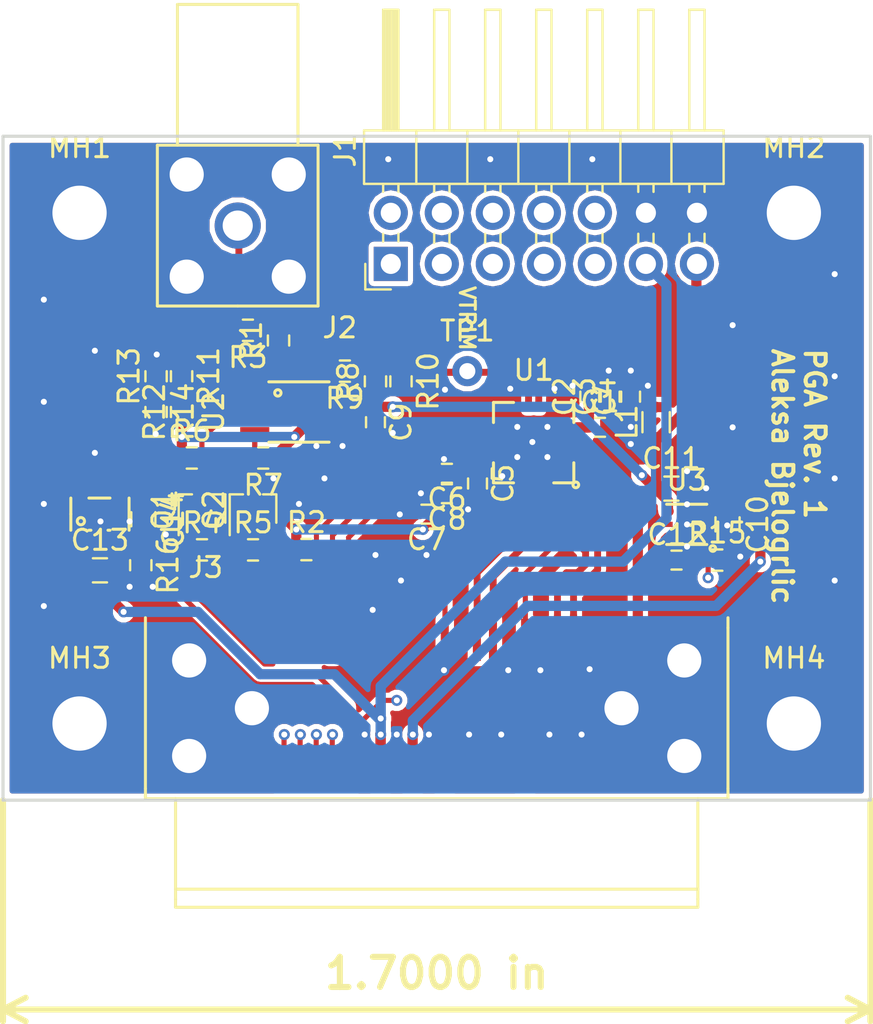
<source format=kicad_pcb>
(kicad_pcb (version 4) (host pcbnew 4.0.7)
  (layers (0 F.Cu signal) (1 In1.Cu signal hide) (2 In2.Cu signal hide) (31 B.Cu signal hide) (35 F.Paste user) (36 B.SilkS user) (37 F.SilkS user) (38 B.Mask user) (39 F.Mask user) (44 Edge.Cuts user))
  (net 0 "")
  (net 1 "Net-(C1-Pad1)")
  (net 2 GND)
  (net 3 +3V3)
  (net 4 +5VA)
  (net 5 +5V5)
  (net 6 "Net-(C12-Pad1)")
  (net 7 +5VD)
  (net 8 /CHANNEL_EN)
  (net 9 /-20dB_EN)
  (net 10 /-40dB_EN)
  (net 11 /TERM_EN)
  (net 12 /DC_CPL_EN)
  (net 13 "Net-(J2-Pad1)")
  (net 14 /PGA_OUT+)
  (net 15 /PGA_OUT-)
  (net 16 /PGA_VCM)
  (net 17 /AUX_OUT+)
  (net 18 /AUX_OUT-)
  (net 19 /AUX_VCM)
  (net 20 /TRIMDAC_SCL)
  (net 21 /TRIMDAC_SDA)
  (net 22 /~PGA_CS)
  (net 23 /PGA_SCLK)
  (net 24 /PGA_SDIO)
  (net 25 "Net-(Q1-Pad3)")
  (net 26 "Net-(Q2-Pad3)")
  (net 27 "Net-(R1-Pad2)")
  (net 28 "Net-(R10-Pad1)")
  (net 29 "Net-(R9-Pad2)")
  (net 30 "Net-(R11-Pad2)")
  (net 31 "Net-(R12-Pad2)")
  (module FX18-40P-0.8SH (layer F.Cu) (at 157.988 110.49 180)
    (fp_text reference J3 (at 11.5 7 180) (layer F.SilkS))
    (fp_text value FX18-40P-0.8SH)
    (pad 21 smd rect (at 7.6 -2.9 180) (size 0.4 2.1) (layers F.Cu F.Paste F.Mask) (net 12 /DC_CPL_EN))
    (pad SHLD thru_hole oval (at 9.2 0 180) (size 2.2 2.2) (drill 1.7) (layers *.Cu *.Mask) (net 2 GND))
    (pad SHLD thru_hole oval (at -9.2 0 180) (size 2.2 2.2) (drill 1.7) (layers *.Cu *.Mask) (net 2 GND))
    (pad SHLD thru_hole oval (at -12.325 2.375 180) (size 2.2 2.2) (drill 1.7) (layers *.Cu *.Mask) (net 2 GND))
    (pad SHLD thru_hole oval (at -12.325 -2.375 180) (size 2.2 2.2) (drill 1.7) (layers *.Cu *.Mask) (net 2 GND))
    (pad SHLD thru_hole oval (at 12.325 -2.375 180) (size 2.2 2.2) (drill 1.7) (layers *.Cu *.Mask) (net 2 GND))
    (pad SHLD thru_hole oval (at 12.325 2.375 180) (size 2.2 2.2) (drill 1.7) (layers *.Cu *.Mask) (net 2 GND))
    (pad 1 smd rect (at -7.6 3.425 180) (size 0.4 2.1) (layers F.Cu F.Paste F.Mask) (net 2 GND))
    (pad 2 smd rect (at -6.8 3.4 180) (size 0.4 2.1) (layers F.Cu F.Paste F.Mask) (net 18 /AUX_OUT-))
    (pad 3 smd rect (at -6 3.4 180) (size 0.4 2.1) (layers F.Cu F.Paste F.Mask) (net 17 /AUX_OUT+))
    (pad 4 smd rect (at -5.2 3.4 180) (size 0.4 2.1) (layers F.Cu F.Paste F.Mask) (net 2 GND))
    (pad 5 smd rect (at -4.4 3.4 180) (size 0.4 2.1) (layers F.Cu F.Paste F.Mask) (net 19 /AUX_VCM))
    (pad 6 smd rect (at -3.6 3.4 180) (size 0.4 2.1) (layers F.Cu F.Paste F.Mask) (net 2 GND))
    (pad 7 smd rect (at -2.8 3.4 180) (size 0.4 2.1) (layers F.Cu F.Paste F.Mask) (net 14 /PGA_OUT+))
    (pad 8 smd rect (at -2 3.4 180) (size 0.4 2.1) (layers F.Cu F.Paste F.Mask) (net 15 /PGA_OUT-))
    (pad 9 smd rect (at -1.2 3.4 180) (size 0.4 2.1) (layers F.Cu F.Paste F.Mask) (net 2 GND))
    (pad 10 smd rect (at -0.4 3.4 180) (size 0.4 2.1) (layers F.Cu F.Paste F.Mask) (net 16 /PGA_VCM))
    (pad 11 smd rect (at 0.4 3.4 180) (size 0.4 2.1) (layers F.Cu F.Paste F.Mask) (net 2 GND))
    (pad 12 smd rect (at 1.2 3.4 180) (size 0.4 2.1) (layers F.Cu F.Paste F.Mask) (net 2 GND))
    (pad 13 smd rect (at 2 3.4 180) (size 0.4 2.1) (layers F.Cu F.Paste F.Mask) (net 2 GND))
    (pad 14 smd rect (at 2.8 3.4 180) (size 0.4 2.1) (layers F.Cu F.Paste F.Mask) (net 2 GND))
    (pad 15 smd rect (at 3.6 3.4 180) (size 0.4 2.1) (layers F.Cu F.Paste F.Mask) (net 2 GND))
    (pad 16 smd rect (at 4.4 3.4 180) (size 0.4 2.1) (layers F.Cu F.Paste F.Mask) (net 23 /PGA_SCLK))
    (pad 17 smd rect (at 5.2 3.4 180) (size 0.4 2.1) (layers F.Cu F.Paste F.Mask) (net 24 /PGA_SDIO))
    (pad 18 smd rect (at 6 3.4 180) (size 0.4 2.1) (layers F.Cu F.Paste F.Mask) (net 22 /~PGA_CS))
    (pad 19 smd rect (at 6.8 3.4 180) (size 0.4 2.1) (layers F.Cu F.Paste F.Mask) (net 21 /TRIMDAC_SDA))
    (pad 20 smd rect (at 7.6 3.4 180) (size 0.4 2.1) (layers F.Cu F.Paste F.Mask) (net 20 /TRIMDAC_SCL))
    (pad 22 smd rect (at 6.8 -2.9 180) (size 0.4 2.1) (layers F.Cu F.Paste F.Mask) (net 11 /TERM_EN))
    (pad 23 smd rect (at 6 -2.9 180) (size 0.4 2.1) (layers F.Cu F.Paste F.Mask) (net 10 /-40dB_EN))
    (pad 24 smd rect (at 5.2 -2.9 180) (size 0.4 2.1) (layers F.Cu F.Paste F.Mask) (net 9 /-20dB_EN))
    (pad 25 smd rect (at 4.4 -2.9 180) (size 0.4 2.1) (layers F.Cu F.Paste F.Mask) (net 8 /CHANNEL_EN))
    (pad 26 smd rect (at 3.6 -2.9 180) (size 0.4 2.1) (layers F.Cu F.Paste F.Mask) (net 2 GND))
    (pad 27 smd rect (at 2.8 -2.9 180) (size 0.4 2.1) (layers F.Cu F.Paste F.Mask) (net 7 +5VD))
    (pad 28 smd rect (at 2 -2.9 180) (size 0.4 2.1) (layers F.Cu F.Paste F.Mask) (net 2 GND))
    (pad 29 smd rect (at 1.2 -2.9 180) (size 0.4 2.1) (layers F.Cu F.Paste F.Mask) (net 5 +5V5))
    (pad 30 smd rect (at 0.4 -2.9 180) (size 0.4 2.1) (layers F.Cu F.Paste F.Mask) (net 2 GND))
    (pad 31 smd rect (at -0.4 -2.9 180) (size 0.4 2.1) (layers F.Cu F.Paste F.Mask) (net 4 +5VA))
    (pad 32 smd rect (at -1.2 -2.9 180) (size 0.4 2.1) (layers F.Cu F.Paste F.Mask) (net 2 GND))
    (pad 33 smd rect (at -2 -2.9 180) (size 0.4 2.1) (layers F.Cu F.Paste F.Mask) (net 2 GND))
    (pad 34 smd rect (at -2.8 -2.9 180) (size 0.4 2.1) (layers F.Cu F.Paste F.Mask) (net 2 GND))
    (pad 35 smd rect (at -3.6 -2.9 180) (size 0.4 2.1) (layers F.Cu F.Paste F.Mask) (net 2 GND))
    (pad 36 smd rect (at -4.4 -2.9 180) (size 0.4 2.1) (layers F.Cu F.Paste F.Mask) (net 4 +5VA))
    (pad 37 smd rect (at -5.2 -2.9 180) (size 0.4 2.1) (layers F.Cu F.Paste F.Mask) (net 2 GND))
    (pad 38 smd rect (at -6 -2.9 180) (size 0.4 2.1) (layers F.Cu F.Paste F.Mask) (net 2 GND))
    (pad 39 smd rect (at -6.8 -2.9 180) (size 0.4 2.1) (layers F.Cu F.Paste F.Mask) (net 2 GND))
    (pad 40 smd rect (at -7.6 -2.9 180) (size 0.4 2.1) (layers F.Cu F.Paste F.Mask) (net 2 GND))
  )
  (module Resistors_SMD:R_0402 (layer F.Cu) (at 151.5 102.6)
    (fp_text reference R2 (at 0 -1.35) (layer F.SilkS))
    (fp_text value 10k)
    (pad 1 smd rect (at -0.45 0) (size 0.4 0.6) (layers F.Cu F.Paste F.Mask) (net 3 +3V3))
    (pad 2 smd rect (at 0.45 0) (size 0.4 0.6) (layers F.Cu F.Paste F.Mask) (net 22 /~PGA_CS))
  )
  (module Resistors_SMD:R_0402 (layer F.Cu) (at 144.018 95.758 270)
    (fp_text reference R14 (at 0 -1.35 270) (layer F.SilkS))
    (fp_text value 10k)
    (pad 1 smd rect (at -0.45 0 270) (size 0.4 0.6) (layers F.Cu F.Paste F.Mask) (net 31 "Net-(R12-Pad2)"))
    (pad 2 smd rect (at 0.45 0 270) (size 0.4 0.6) (layers F.Cu F.Paste F.Mask) (net 2 GND))
  )
  (module TO_SOT_Packages_SMD:SOT-323_SC-70 (layer F.Cu) (at 148.844 100.584 90)
    (fp_text reference Q2 (at -0.05 -1.95 90) (layer F.SilkS))
    (fp_text value DMN62D0UW)
    (pad 1 smd rect (at -1 -0.65) (size 0.45 0.7) (layers F.Cu F.Paste F.Mask) (net 3 +3V3))
    (pad 2 smd rect (at -1 0.65) (size 0.45 0.7) (layers F.Cu F.Paste F.Mask) (net 21 /TRIMDAC_SDA))
    (pad 3 smd rect (at 1 0) (size 0.45 0.7) (layers F.Cu F.Paste F.Mask) (net 26 "Net-(Q2-Pad3)"))
  )
  (module Capacitors_SMD:C_0402 (layer F.Cu) (at 166.116 96.52)
    (fp_text reference C1 (at 0 -1.27) (layer F.SilkS))
    (fp_text value 1nF)
    (pad 1 smd rect (at -0.55 0) (size 0.6 0.5) (layers F.Cu F.Paste F.Mask) (net 1 "Net-(C1-Pad1)"))
    (pad 2 smd rect (at 0.55 0) (size 0.6 0.5) (layers F.Cu F.Paste F.Mask) (net 2 GND))
  )
  (module Capacitors_SMD:C_0402 (layer F.Cu) (at 165.608 94.996 90)
    (fp_text reference C2 (at 0 -1.27 90) (layer F.SilkS))
    (fp_text value 10nF)
    (pad 1 smd rect (at -0.55 0 90) (size 0.6 0.5) (layers F.Cu F.Paste F.Mask) (net 1 "Net-(C1-Pad1)"))
    (pad 2 smd rect (at 0.55 0 90) (size 0.6 0.5) (layers F.Cu F.Paste F.Mask) (net 2 GND))
  )
  (module Capacitors_SMD:C_0402 (layer F.Cu) (at 166.624 94.996 90)
    (fp_text reference C3 (at 0 -1.27 90) (layer F.SilkS))
    (fp_text value 0.1uF)
    (pad 1 smd rect (at -0.55 0 90) (size 0.6 0.5) (layers F.Cu F.Paste F.Mask) (net 1 "Net-(C1-Pad1)"))
    (pad 2 smd rect (at 0.55 0 90) (size 0.6 0.5) (layers F.Cu F.Paste F.Mask) (net 2 GND))
  )
  (module Capacitors_SMD:C_0402 (layer F.Cu) (at 167.64 94.996 90)
    (fp_text reference C4 (at 0 -1.27 90) (layer F.SilkS))
    (fp_text value 1uF)
    (pad 1 smd rect (at -0.55 0 90) (size 0.6 0.5) (layers F.Cu F.Paste F.Mask) (net 1 "Net-(C1-Pad1)"))
    (pad 2 smd rect (at 0.55 0 90) (size 0.6 0.5) (layers F.Cu F.Paste F.Mask) (net 2 GND))
  )
  (module Capacitors_SMD:C_0402 (layer F.Cu) (at 160.02 99.314 270)
    (fp_text reference C5 (at 0 -1.27 270) (layer F.SilkS))
    (fp_text value 1nF)
    (pad 1 smd rect (at -0.55 0 270) (size 0.6 0.5) (layers F.Cu F.Paste F.Mask) (net 3 +3V3))
    (pad 2 smd rect (at 0.55 0 270) (size 0.6 0.5) (layers F.Cu F.Paste F.Mask) (net 2 GND))
  )
  (module Capacitors_SMD:C_0402 (layer F.Cu) (at 158.496 98.806 180)
    (fp_text reference C6 (at 0 -1.27 180) (layer F.SilkS))
    (fp_text value 10nF)
    (pad 1 smd rect (at -0.55 0 180) (size 0.6 0.5) (layers F.Cu F.Paste F.Mask) (net 3 +3V3))
    (pad 2 smd rect (at 0.55 0 180) (size 0.6 0.5) (layers F.Cu F.Paste F.Mask) (net 2 GND))
  )
  (module Capacitors_SMD:C_0402 (layer F.Cu) (at 157.48 100.838 180)
    (fp_text reference C7 (at 0 -1.27 180) (layer F.SilkS))
    (fp_text value 0.1uF)
    (pad 1 smd rect (at -0.55 0 180) (size 0.6 0.5) (layers F.Cu F.Paste F.Mask) (net 3 +3V3))
    (pad 2 smd rect (at 0.55 0 180) (size 0.6 0.5) (layers F.Cu F.Paste F.Mask) (net 2 GND))
  )
  (module Capacitors_SMD:C_0402 (layer F.Cu) (at 158.496 99.822 180)
    (fp_text reference C8 (at 0 -1.27 180) (layer F.SilkS))
    (fp_text value 1uF)
    (pad 1 smd rect (at -0.55 0 180) (size 0.6 0.5) (layers F.Cu F.Paste F.Mask) (net 3 +3V3))
    (pad 2 smd rect (at 0.55 0 180) (size 0.6 0.5) (layers F.Cu F.Paste F.Mask) (net 2 GND))
  )
  (module Capacitors_SMD:C_0402 (layer F.Cu) (at 154.94 96.266 270)
    (fp_text reference C9 (at 0 -1.27 270) (layer F.SilkS))
    (fp_text value 0.1uF)
    (pad 1 smd rect (at -0.55 0 270) (size 0.6 0.5) (layers F.Cu F.Paste F.Mask) (net 4 +5VA))
    (pad 2 smd rect (at 0.55 0 270) (size 0.6 0.5) (layers F.Cu F.Paste F.Mask) (net 2 GND))
  )
  (module Capacitors_SMD:C_0603 (layer F.Cu) (at 172.466 101.346 270)
    (fp_text reference C10 (at 0 -1.5 270) (layer F.SilkS))
    (fp_text value 10uF)
    (pad 2 smd rect (at 0.75 0 270) (size 0.8 0.75) (layers F.Cu F.Paste F.Mask) (net 2 GND))
    (pad 1 smd rect (at -0.75 0 270) (size 0.8 0.75) (layers F.Cu F.Paste F.Mask) (net 5 +5V5))
  )
  (module Capacitors_SMD:C_0603 (layer F.Cu) (at 169.672 99.568)
    (fp_text reference C11 (at 0 -1.5) (layer F.SilkS))
    (fp_text value 10uF)
    (pad 2 smd rect (at 0.75 0) (size 0.8 0.75) (layers F.Cu F.Paste F.Mask) (net 2 GND))
    (pad 1 smd rect (at -0.75 0) (size 0.8 0.75) (layers F.Cu F.Paste F.Mask) (net 4 +5VA))
  )
  (module Capacitors_SMD:C_0402 (layer F.Cu) (at 169.926 103.124)
    (fp_text reference C12 (at 0 -1.27) (layer F.SilkS))
    (fp_text value 0.1uF)
    (pad 1 smd rect (at -0.55 0) (size 0.6 0.5) (layers F.Cu F.Paste F.Mask) (net 6 "Net-(C12-Pad1)"))
    (pad 2 smd rect (at 0.55 0) (size 0.6 0.5) (layers F.Cu F.Paste F.Mask) (net 2 GND))
  )
  (module Capacitors_SMD:C_0603 (layer F.Cu) (at 141.224 103.632)
    (fp_text reference C13 (at 0 -1.5) (layer F.SilkS))
    (fp_text value 10uF)
    (pad 2 smd rect (at 0.75 0) (size 0.8 0.75) (layers F.Cu F.Paste F.Mask) (net 2 GND))
    (pad 1 smd rect (at -0.75 0) (size 0.8 0.75) (layers F.Cu F.Paste F.Mask) (net 7 +5VD))
  )
  (module Capacitors_SMD:C_0603 (layer F.Cu) (at 143.383 101.092 270)
    (fp_text reference C14 (at 0 -1.5 270) (layer F.SilkS))
    (fp_text value 10uF)
    (pad 2 smd rect (at 0.75 0 270) (size 0.8 0.75) (layers F.Cu F.Paste F.Mask) (net 2 GND))
    (pad 1 smd rect (at -0.75 0 270) (size 0.8 0.75) (layers F.Cu F.Paste F.Mask) (net 3 +3V3))
  )
  (module Pin_Headers:Pin_Header_Angled_2x07_Pitch2.54mm (layer F.Cu) (at 155.702 88.392 90)
    (fp_text reference J1 (at 5.655 -2.27 90) (layer F.SilkS))
    (fp_text value Conn_02x07_Odd_Even)
    (pad 1 thru_hole rect (at 0 0 90) (size 1.7 1.7) (drill 1) (layers *.Cu *.Mask))
    (pad 2 thru_hole oval (at 2.54 0 90) (size 1.7 1.7) (drill 1) (layers *.Cu *.Mask) (net 12 /DC_CPL_EN))
    (pad 3 thru_hole oval (at 0 2.54 90) (size 1.7 1.7) (drill 1) (layers *.Cu *.Mask))
    (pad 4 thru_hole oval (at 2.54 2.54 90) (size 1.7 1.7) (drill 1) (layers *.Cu *.Mask) (net 11 /TERM_EN))
    (pad 5 thru_hole oval (at 0 5.08 90) (size 1.7 1.7) (drill 1) (layers *.Cu *.Mask))
    (pad 6 thru_hole oval (at 2.54 5.08 90) (size 1.7 1.7) (drill 1) (layers *.Cu *.Mask) (net 10 /-40dB_EN))
    (pad 7 thru_hole oval (at 0 7.62 90) (size 1.7 1.7) (drill 1) (layers *.Cu *.Mask))
    (pad 8 thru_hole oval (at 2.54 7.62 90) (size 1.7 1.7) (drill 1) (layers *.Cu *.Mask) (net 9 /-20dB_EN))
    (pad 9 thru_hole oval (at 0 10.16 90) (size 1.7 1.7) (drill 1) (layers *.Cu *.Mask))
    (pad 10 thru_hole oval (at 2.54 10.16 90) (size 1.7 1.7) (drill 1) (layers *.Cu *.Mask) (net 8 /CHANNEL_EN))
    (pad 11 thru_hole oval (at 0 12.7 90) (size 1.7 1.7) (drill 1) (layers *.Cu *.Mask) (net 7 +5VD))
    (pad 12 thru_hole oval (at 2.54 12.7 90) (size 1.7 1.7) (drill 1) (layers *.Cu *.Mask) (net 2 GND))
    (pad 13 thru_hole oval (at 0 15.24 90) (size 1.7 1.7) (drill 1) (layers *.Cu *.Mask) (net 4 +5VA))
    (pad 14 thru_hole oval (at 2.54 15.24 90) (size 1.7 1.7) (drill 1) (layers *.Cu *.Mask) (net 2 GND))
  )
  (module DSO:SMA (layer F.Cu) (at 148.082 86.487)
    (fp_text reference J2 (at 5.08 5.08) (layer F.SilkS))
    (fp_text value Conn_Coaxial)
    (pad 2 thru_hole circle (at -2.54 2.54) (size 2.6 2.6) (drill 1.7) (layers *.Cu *.Mask) (net 2 GND))
    (pad 2 thru_hole circle (at 2.54 2.54) (size 2.6 2.6) (drill 1.7) (layers *.Cu *.Mask) (net 2 GND))
    (pad 2 thru_hole circle (at 2.54 -2.54) (size 2.6 2.6) (drill 1.7) (layers *.Cu *.Mask) (net 2 GND))
    (pad 1 thru_hole circle (at 0 0) (size 2.3 2.3) (drill 1.5) (layers *.Cu *.Mask) (net 13 "Net-(J2-Pad1)"))
    (pad 2 thru_hole circle (at -2.54 -2.54) (size 2.6 2.6) (drill 1.7) (layers *.Cu *.Mask) (net 2 GND))
  )
  (module Resistors_SMD:R_0603 (layer F.Cu) (at 168.91 96.266 90)
    (fp_text reference L1 (at 0 -1.45 90) (layer F.SilkS))
    (fp_text value Ferrite)
    (pad 1 smd rect (at -0.75 0 90) (size 0.5 0.9) (layers F.Cu F.Paste F.Mask) (net 4 +5VA))
    (pad 2 smd rect (at 0.75 0 90) (size 0.5 0.9) (layers F.Cu F.Paste F.Mask) (net 1 "Net-(C1-Pad1)"))
  )
  (module Mounting_Holes:MountingHole_2.7mm_M2.5_ISO14580_Pad (layer F.Cu) (at 140.208 85.852)
    (fp_text reference MH1 (at 0 -3.25) (layer F.SilkS))
    (fp_text value "Mounting Hole")
    (pad 1 thru_hole circle (at 0 0) (size 4.5 4.5) (drill 2.7) (layers *.Cu *.Mask) (net 2 GND))
  )
  (module Mounting_Holes:MountingHole_2.7mm_M2.5_ISO14580_Pad (layer F.Cu) (at 175.768 85.852)
    (fp_text reference MH2 (at 0 -3.25) (layer F.SilkS))
    (fp_text value "Mounting Hole")
    (pad 1 thru_hole circle (at 0 0) (size 4.5 4.5) (drill 2.7) (layers *.Cu *.Mask) (net 2 GND))
  )
  (module Mounting_Holes:MountingHole_2.7mm_M2.5_ISO14580_Pad (layer F.Cu) (at 140.208 111.252)
    (fp_text reference MH3 (at 0 -3.25) (layer F.SilkS))
    (fp_text value "Mounting Hole")
    (pad 1 thru_hole circle (at 0 0) (size 4.5 4.5) (drill 2.7) (layers *.Cu *.Mask) (net 2 GND))
  )
  (module Mounting_Holes:MountingHole_2.7mm_M2.5_ISO14580_Pad (layer F.Cu) (at 175.768 111.252)
    (fp_text reference MH4 (at 0 -3.25) (layer F.SilkS))
    (fp_text value "Mounting Hole")
    (pad 1 thru_hole circle (at 0 0) (size 4.5 4.5) (drill 2.7) (layers *.Cu *.Mask) (net 2 GND))
  )
  (module TO_SOT_Packages_SMD:SOT-323_SC-70 (layer F.Cu) (at 146.304 100.584 90)
    (fp_text reference Q1 (at -0.05 -1.95 90) (layer F.SilkS))
    (fp_text value DMN62D0UW)
    (pad 1 smd rect (at -1 -0.65) (size 0.45 0.7) (layers F.Cu F.Paste F.Mask) (net 3 +3V3))
    (pad 2 smd rect (at -1 0.65) (size 0.45 0.7) (layers F.Cu F.Paste F.Mask) (net 20 /TRIMDAC_SCL))
    (pad 3 smd rect (at 1 0) (size 0.45 0.7) (layers F.Cu F.Paste F.Mask) (net 25 "Net-(Q1-Pad3)"))
  )
  (module Resistors_SMD:R_0402 (layer F.Cu) (at 150.114 92.202 90)
    (fp_text reference R1 (at 0 -1.35 90) (layer F.SilkS))
    (fp_text value 100)
    (pad 1 smd rect (at -0.45 0 90) (size 0.4 0.6) (layers F.Cu F.Paste F.Mask) (net 4 +5VA))
    (pad 2 smd rect (at 0.45 0 90) (size 0.4 0.6) (layers F.Cu F.Paste F.Mask) (net 27 "Net-(R1-Pad2)"))
  )
  (module Resistors_SMD:R_0402 (layer F.Cu) (at 148.59 91.694 180)
    (fp_text reference R3 (at 0 -1.35 180) (layer F.SilkS))
    (fp_text value 50)
    (pad 1 smd rect (at -0.45 0 180) (size 0.4 0.6) (layers F.Cu F.Paste F.Mask) (net 27 "Net-(R1-Pad2)"))
    (pad 2 smd rect (at 0.45 0 180) (size 0.4 0.6) (layers F.Cu F.Paste F.Mask) (net 13 "Net-(J2-Pad1)"))
  )
  (module Resistors_SMD:R_0402 (layer F.Cu) (at 146.304 102.616)
    (fp_text reference R4 (at 0 -1.35) (layer F.SilkS))
    (fp_text value 10k)
    (pad 1 smd rect (at -0.45 0) (size 0.4 0.6) (layers F.Cu F.Paste F.Mask) (net 3 +3V3))
    (pad 2 smd rect (at 0.45 0) (size 0.4 0.6) (layers F.Cu F.Paste F.Mask) (net 20 /TRIMDAC_SCL))
  )
  (module Resistors_SMD:R_0402 (layer F.Cu) (at 148.844 102.616)
    (fp_text reference R5 (at 0 -1.35) (layer F.SilkS))
    (fp_text value 10k)
    (pad 1 smd rect (at -0.45 0) (size 0.4 0.6) (layers F.Cu F.Paste F.Mask) (net 3 +3V3))
    (pad 2 smd rect (at 0.45 0) (size 0.4 0.6) (layers F.Cu F.Paste F.Mask) (net 21 /TRIMDAC_SDA))
  )
  (module Resistors_SMD:R_0402 (layer F.Cu) (at 145.796 98.044)
    (fp_text reference R6 (at 0 -1.35) (layer F.SilkS))
    (fp_text value 10k)
    (pad 1 smd rect (at -0.45 0) (size 0.4 0.6) (layers F.Cu F.Paste F.Mask) (net 4 +5VA))
    (pad 2 smd rect (at 0.45 0) (size 0.4 0.6) (layers F.Cu F.Paste F.Mask) (net 25 "Net-(Q1-Pad3)"))
  )
  (module Resistors_SMD:R_0402 (layer F.Cu) (at 149.352 98.044 180)
    (fp_text reference R7 (at 0 -1.35 180) (layer F.SilkS))
    (fp_text value 10k)
    (pad 1 smd rect (at -0.45 0 180) (size 0.4 0.6) (layers F.Cu F.Paste F.Mask) (net 4 +5VA))
    (pad 2 smd rect (at 0.45 0 180) (size 0.4 0.6) (layers F.Cu F.Paste F.Mask) (net 26 "Net-(Q2-Pad3)"))
  )
  (module Resistors_SMD:R_0402 (layer F.Cu) (at 154.94 94.234 90)
    (fp_text reference R8 (at 0 -1.35 90) (layer F.SilkS))
    (fp_text value 100)
    (pad 1 smd rect (at -0.45 0 90) (size 0.4 0.6) (layers F.Cu F.Paste F.Mask) (net 4 +5VA))
    (pad 2 smd rect (at 0.45 0 90) (size 0.4 0.6) (layers F.Cu F.Paste F.Mask) (net 28 "Net-(R10-Pad1)"))
  )
  (module Resistors_SMD:R_0402 (layer F.Cu) (at 153.416 93.726 180)
    (fp_text reference R9 (at 0 -1.35 180) (layer F.SilkS))
    (fp_text value 200)
    (pad 1 smd rect (at -0.45 0 180) (size 0.4 0.6) (layers F.Cu F.Paste F.Mask) (net 28 "Net-(R10-Pad1)"))
    (pad 2 smd rect (at 0.45 0 180) (size 0.4 0.6) (layers F.Cu F.Paste F.Mask) (net 29 "Net-(R9-Pad2)"))
  )
  (module Resistors_SMD:R_0402 (layer F.Cu) (at 156.21 94.234 270)
    (fp_text reference R10 (at 0 -1.35 270) (layer F.SilkS))
    (fp_text value 100)
    (pad 1 smd rect (at -0.45 0 270) (size 0.4 0.6) (layers F.Cu F.Paste F.Mask) (net 28 "Net-(R10-Pad1)"))
    (pad 2 smd rect (at 0.45 0 270) (size 0.4 0.6) (layers F.Cu F.Paste F.Mask) (net 2 GND))
  )
  (module Resistors_SMD:R_0402 (layer F.Cu) (at 145.288 93.98 270)
    (fp_text reference R11 (at 0 -1.35 270) (layer F.SilkS))
    (fp_text value 10k)
    (pad 1 smd rect (at -0.45 0 270) (size 0.4 0.6) (layers F.Cu F.Paste F.Mask) (net 4 +5VA))
    (pad 2 smd rect (at 0.45 0 270) (size 0.4 0.6) (layers F.Cu F.Paste F.Mask) (net 30 "Net-(R11-Pad2)"))
  )
  (module Resistors_SMD:R_0402 (layer F.Cu) (at 145.288 95.758 90)
    (fp_text reference R12 (at 0 -1.35 90) (layer F.SilkS))
    (fp_text value 10k)
    (pad 1 smd rect (at -0.45 0 90) (size 0.4 0.6) (layers F.Cu F.Paste F.Mask) (net 4 +5VA))
    (pad 2 smd rect (at 0.45 0 90) (size 0.4 0.6) (layers F.Cu F.Paste F.Mask) (net 31 "Net-(R12-Pad2)"))
  )
  (module Resistors_SMD:R_0402 (layer F.Cu) (at 144.018 93.98 90)
    (fp_text reference R13 (at 0 -1.35 90) (layer F.SilkS))
    (fp_text value 10k)
    (pad 1 smd rect (at -0.45 0 90) (size 0.4 0.6) (layers F.Cu F.Paste F.Mask) (net 30 "Net-(R11-Pad2)"))
    (pad 2 smd rect (at 0.45 0 90) (size 0.4 0.6) (layers F.Cu F.Paste F.Mask) (net 2 GND))
  )
  (module Resistors_SMD:R_0402 (layer F.Cu) (at 171.958 103.124)
    (fp_text reference R15 (at 0 -1.35) (layer F.SilkS))
    (fp_text value 10k)
    (pad 1 smd rect (at -0.45 0) (size 0.4 0.6) (layers F.Cu F.Paste F.Mask) (net 8 /CHANNEL_EN))
    (pad 2 smd rect (at 0.45 0) (size 0.4 0.6) (layers F.Cu F.Paste F.Mask) (net 2 GND))
  )
  (module Resistors_SMD:R_0402 (layer F.Cu) (at 143.256 103.378 270)
    (fp_text reference R16 (at 0 -1.35 270) (layer F.SilkS))
    (fp_text value 10k)
    (pad 1 smd rect (at -0.45 0 270) (size 0.4 0.6) (layers F.Cu F.Paste F.Mask) (net 8 /CHANNEL_EN))
    (pad 2 smd rect (at 0.45 0 270) (size 0.4 0.6) (layers F.Cu F.Paste F.Mask) (net 2 GND))
  )
  (module Measurement_Points:Measurement_Point_Round-TH_Small (layer F.Cu) (at 159.512 93.726)
    (fp_text reference TP1 (at 0 -2) (layer F.SilkS))
    (fp_text value TEST_1P)
    (pad 1 thru_hole circle (at 0 0) (size 1.5 1.5) (drill 0.8) (layers *.Cu *.Mask) (net 28 "Net-(R10-Pad1)"))
  )
  (module DSO:LMH6518 (layer F.Cu) (at 162.814 97.282 180)
    (fp_text reference U1 (at 0 3.6 180) (layer F.SilkS))
    (fp_text value LMH6518)
    (pad 13 smd rect (at 0.75 -1.9 270) (size 0.6 0.25) (layers F.Cu F.Paste F.Mask) (net 16 /PGA_VCM))
    (pad 5 smd rect (at -0.75 1.9 270) (size 0.6 0.25) (layers F.Cu F.Paste F.Mask) (net 2 GND))
    (pad 4 smd rect (at -1.9 0.75 180) (size 0.6 0.25) (layers F.Cu F.Paste F.Mask) (net 1 "Net-(C1-Pad1)"))
    (pad 10 smd rect (at 1.9 0.25 180) (size 0.6 0.25) (layers F.Cu F.Paste F.Mask) (net 24 /PGA_SDIO))
    (pad 11 smd rect (at 1.9 -0.25 180) (size 0.6 0.25) (layers F.Cu F.Paste F.Mask) (net 23 /PGA_SCLK))
    (pad 1 smd rect (at -1.9 -0.75 180) (size 0.6 0.25) (layers F.Cu F.Paste F.Mask) (net 17 /AUX_OUT+))
    (pad 2 smd rect (at -1.9 -0.25 180) (size 0.6 0.25) (layers F.Cu F.Paste F.Mask) (net 18 /AUX_OUT-))
    (pad 12 smd rect (at 1.9 -0.75 180) (size 0.6 0.25) (layers F.Cu F.Paste F.Mask) (net 3 +3V3))
    (pad 3 smd rect (at -1.9 0.25 180) (size 0.6 0.25) (layers F.Cu F.Paste F.Mask) (net 1 "Net-(C1-Pad1)"))
    (pad 9 smd rect (at 1.9 0.75 180) (size 0.6 0.25) (layers F.Cu F.Paste F.Mask) (net 22 /~PGA_CS))
    (pad 6 smd rect (at -0.25 1.9 270) (size 0.6 0.25) (layers F.Cu F.Paste F.Mask) (net 27 "Net-(R1-Pad2)"))
    (pad 7 smd rect (at 0.25 1.9 270) (size 0.6 0.25) (layers F.Cu F.Paste F.Mask) (net 28 "Net-(R10-Pad1)"))
    (pad 8 smd rect (at 0.75 1.9 270) (size 0.6 0.25) (layers F.Cu F.Paste F.Mask) (net 2 GND))
    (pad 14 smd rect (at 0.25 -1.9 270) (size 0.6 0.25) (layers F.Cu F.Paste F.Mask) (net 15 /PGA_OUT-))
    (pad 15 smd rect (at -0.25 -1.9 270) (size 0.6 0.25) (layers F.Cu F.Paste F.Mask) (net 14 /PGA_OUT+))
    (pad 16 smd rect (at -0.75 -1.9 270) (size 0.6 0.25) (layers F.Cu F.Paste F.Mask) (net 19 /AUX_VCM))
    (pad 17 smd rect (at 0 0 270) (size 2.6 2.6) (layers F.Cu F.Mask) (net 2 GND))
  )
  (module DSO:8-VSSOP (layer F.Cu) (at 151.13 95.758 270)
    (fp_text reference U2 (at 0 4.25 270) (layer F.SilkS))
    (fp_text value DAC101)
    (pad 5 smd rect (at 0.975 -2.2 270) (size 0.45 1.45) (layers F.Cu F.Paste F.Mask) (net 2 GND))
    (pad 6 smd rect (at 0.325 -2.2 270) (size 0.45 1.45) (layers F.Cu F.Paste F.Mask) (net 4 +5VA))
    (pad 7 smd rect (at -0.325 -2.2 270) (size 0.45 1.45) (layers F.Cu F.Paste F.Mask) (net 4 +5VA))
    (pad 8 smd rect (at -0.975 -2.2 270) (size 0.45 1.45) (layers F.Cu F.Paste F.Mask) (net 29 "Net-(R9-Pad2)"))
    (pad 4 smd rect (at 0.975 2.2 270) (size 0.45 1.45) (layers F.Cu F.Paste F.Mask) (net 26 "Net-(Q2-Pad3)"))
    (pad 3 smd rect (at 0.325 2.2 270) (size 0.45 1.45) (layers F.Cu F.Paste F.Mask) (net 25 "Net-(Q1-Pad3)"))
    (pad 2 smd rect (at -0.325 2.2 270) (size 0.45 1.45) (layers F.Cu F.Paste F.Mask) (net 31 "Net-(R12-Pad2)"))
    (pad 1 smd rect (at -0.975 2.2 270) (size 0.45 1.45) (layers F.Cu F.Paste F.Mask) (net 30 "Net-(R11-Pad2)"))
  )
  (module DSO:6-MLF (layer F.Cu) (at 170.434 101.346 180)
    (fp_text reference U3 (at 0 2.2 180) (layer F.SilkS))
    (fp_text value MIC5319-5)
    (pad 4 smd rect (at 0.9 0.65 180) (size 0.4 0.26) (layers F.Cu F.Paste F.Mask) (net 4 +5VA))
    (pad 5 smd rect (at 0.9 0 180) (size 0.4 0.26) (layers F.Cu F.Paste F.Mask))
    (pad 6 smd rect (at 0.9 -0.65 180) (size 0.4 0.26) (layers F.Cu F.Paste F.Mask) (net 6 "Net-(C12-Pad1)"))
    (pad 3 smd rect (at -0.9 0.65 180) (size 0.4 0.26) (layers F.Cu F.Paste F.Mask) (net 5 +5V5))
    (pad 2 smd rect (at -0.9 0 180) (size 0.4 0.26) (layers F.Cu F.Paste F.Mask) (net 2 GND))
    (pad 1 smd rect (at -0.9 -0.65 180) (size 0.4 0.26) (layers F.Cu F.Paste F.Mask) (net 8 /CHANNEL_EN))
    (pad 7 smd rect (at 0 0 180) (size 0.8 1.3) (layers F.Cu F.Mask) (net 2 GND))
  )
  (module DSO:SOT-23-5 (layer F.Cu) (at 141.224 100.838 90)
    (fp_text reference U4 (at 0 3.6 90) (layer F.SilkS))
    (fp_text value LP2980)
    (pad 5 smd rect (at 1.3 -0.95 90) (size 1.1 0.6) (layers F.Cu F.Paste F.Mask) (net 3 +3V3))
    (pad 4 smd rect (at 1.3 0.95 90) (size 1.1 0.6) (layers F.Cu F.Paste F.Mask))
    (pad 3 smd rect (at -1.3 0.95 90) (size 1.1 0.6) (layers F.Cu F.Paste F.Mask) (net 8 /CHANNEL_EN))
    (pad 2 smd rect (at -1.3 0 90) (size 1.1 0.6) (layers F.Cu F.Paste F.Mask) (net 2 GND))
    (pad 1 smd rect (at -1.3 -0.95 90) (size 1.1 0.6) (layers F.Cu F.Paste F.Mask) (net 7 +5VD))
  )
  (dimension 43.18 (width 0.3) (layer F.SilkS) (gr_text "43.180 mm" (at 157.988 126.826) (layer F.SilkS) (effects (font (size 1.5 1.5) (thickness 0.3)))) (feature1 (pts (xy 179.578 115.062) (xy 179.578 128.176))) (feature2 (pts (xy 136.398 115.062) (xy 136.398 128.176))) (crossbar (pts (xy 136.398 125.476) (xy 179.578 125.476))) (arrow1a (pts (xy 179.578 125.476) (xy 178.451496 126.062421))) (arrow1b (pts (xy 179.578 125.476) (xy 178.451496 124.889579))) (arrow2a (pts (xy 136.398 125.476) (xy 137.524504 126.062421))) (arrow2b (pts (xy 136.398 125.476) (xy 137.524504 124.889579))))
  (gr_text VTRIM (at 159.5 91.1 270) (layer F.SilkS) (effects (font (size 0.75 0.75))))
  (gr_text "PGA Rev. 1\nAleksa Bjelogrlic" (at 176 92.5 270) (layer F.SilkS) (effects (font (size 1 1) (thickness 0.2)) (justify left)))
  (gr_line (start 179.578 115.062) (end 136.398 115.062) (angle 90) (layer Edge.Cuts) (width 0.15))
  (gr_line (start 136.398 82.042) (end 140.208 82.042) (angle 90) (layer Edge.Cuts) (width 0.15))
  (gr_line (start 136.398 115.062) (end 136.398 82.042) (angle 90) (layer Edge.Cuts) (width 0.15))
  (gr_line (start 179.578 82.042) (end 179.578 115.062) (angle 90) (layer Edge.Cuts) (width 0.15))
  (gr_line (start 140.208 82.042) (end 179.578 82.042) (angle 90) (layer Edge.Cuts) (width 0.15))
  (segment (start 167.2 95.546) (end 168.854 95.546) (width 0.508) (layer F.Cu) (net 1))
  (segment (start 168.854 95.546) (end 168.9 95.5) (width 0.508) (layer F.Cu) (net 1))
  (segment (start 168.9 95.5) (end 168.91 95.516) (width 0.508) (layer F.Cu) (net 1))
  (segment (start 166.624 95.546) (end 167.2 95.546) (width 0.508) (layer F.Cu) (net 1))
  (segment (start 167.2 95.546) (end 167.546 95.546) (width 0.508) (layer F.Cu) (net 1))
  (segment (start 167.546 95.546) (end 167.6 95.6) (width 0.508) (layer F.Cu) (net 1))
  (segment (start 167.6 95.6) (end 167.64 95.546) (width 0.508) (layer F.Cu) (net 1))
  (segment (start 165.608 95.546) (end 166.554 95.546) (width 0.508) (layer F.Cu) (net 1))
  (segment (start 166.554 95.546) (end 166.6 95.5) (width 0.508) (layer F.Cu) (net 1))
  (segment (start 166.6 95.5) (end 166.624 95.546) (width 0.508) (layer F.Cu) (net 1))
  (segment (start 165.566 96.52) (end 165.566 95.534) (width 0.508) (layer F.Cu) (net 1))
  (segment (start 165.566 95.534) (end 165.6 95.5) (width 0.508) (layer F.Cu) (net 1))
  (segment (start 165.6 95.5) (end 165.608 95.546) (width 0.508) (layer F.Cu) (net 1))
  (segment (start 164.714 96.532) (end 164.714 96.564) (width 0.508) (layer F.Cu) (net 1))
  (segment (start 164.714 96.564) (end 164.8 96.65) (width 0.508) (layer F.Cu) (net 1))
  (segment (start 164.8 96.65) (end 164.8 96.95) (width 0.508) (layer F.Cu) (net 1))
  (segment (start 164.8 96.95) (end 164.714 97.032) (width 0.508) (layer F.Cu) (net 1))
  (segment (start 164.714 96.532) (end 165.468 96.532) (width 0.508) (layer F.Cu) (net 1))
  (segment (start 165.468 96.532) (end 165.5 96.5) (width 0.508) (layer F.Cu) (net 1))
  (segment (start 165.5 96.5) (end 165.566 96.52) (width 0.508) (layer F.Cu) (net 1))
  (segment (start 165.566 96.52) (end 164.98 96.52) (width 0.508) (layer F.Cu) (net 1))
  (segment (start 175.768 85.852) (end 175.648 85.852) (width 0.254) (layer B.Cu) (net 2))
  (segment (start 175.648 85.852) (end 171.6 89.9) (width 0.254) (layer B.Cu) (net 2))
  (segment (start 169.6 88.8) (end 169.6 88.1) (width 0.254) (layer B.Cu) (net 2))
  (segment (start 170.7 89.9) (end 169.6 88.8) (width 0.254) (layer B.Cu) (net 2))
  (segment (start 171.6 89.9) (end 170.7 89.9) (width 0.254) (layer B.Cu) (net 2))
  (segment (start 167.64 96.52) (end 168.783 97.663) (width 0.254) (layer B.Cu) (net 2))
  (via (at 167.65 96.5) (size 0.55) (drill 0.3) (layers F.Cu B.Cu) (net 2))
  (segment (start 168.783 97.663) (end 168.783 99.568) (width 0.254) (layer B.Cu) (net 2))
  (via (at 167.65 97.35) (size 0.55) (drill 0.3) (layers F.Cu B.Cu) (net 2))
  (segment (start 156.21 104.14) (end 154.94 102.87) (width 0.254) (layer B.Cu) (net 2))
  (via (at 154.94 102.87) (size 0.55) (drill 0.3) (layers F.Cu B.Cu) (net 2))
  (segment (start 157.48 102.87) (end 156.21 104.14) (width 0.254) (layer B.Cu) (net 2))
  (segment (start 157.588 105.518) (end 156.21 104.14) (width 0.254) (layer F.Cu) (net 2))
  (via (at 156.21 104.14) (size 0.55) (drill 0.3) (layers F.Cu B.Cu) (net 2))
  (segment (start 157.588 105.518) (end 157.588 107.09) (width 0.254) (layer F.Cu) (net 2))
  (via (at 157.48 102.87) (size 0.55) (drill 0.3) (layers F.Cu B.Cu) (net 2))
  (segment (start 152.4 99.06) (end 151.13 100.33) (width 0.254) (layer F.Cu) (net 2))
  (via (at 151.13 100.33) (size 0.55) (drill 0.3) (layers F.Cu B.Cu) (net 2))
  (segment (start 153.33 96.733) (end 153.33 98.13) (width 0.254) (layer F.Cu) (net 2))
  (via (at 149.86 99.06) (size 0.55) (drill 0.3) (layers F.Cu B.Cu) (net 2))
  (segment (start 152.4 99.06) (end 149.86 99.06) (width 0.254) (layer B.Cu) (net 2))
  (via (at 152.4 99.06) (size 0.55) (drill 0.3) (layers F.Cu B.Cu) (net 2))
  (segment (start 153.33 98.13) (end 152.4 99.06) (width 0.254) (layer F.Cu) (net 2))
  (segment (start 150.622 83.947) (end 154.813 83.947) (width 0.254) (layer F.Cu) (net 2))
  (via (at 165.735 83.185) (size 0.55) (drill 0.3) (layers F.Cu B.Cu) (net 2))
  (segment (start 160.655 83.185) (end 165.735 83.185) (width 0.254) (layer F.Cu) (net 2))
  (via (at 160.655 83.185) (size 0.55) (drill 0.3) (layers F.Cu B.Cu) (net 2))
  (segment (start 155.575 83.185) (end 160.655 83.185) (width 0.254) (layer F.Cu) (net 2))
  (via (at 155.575 83.185) (size 0.55) (drill 0.3) (layers F.Cu B.Cu) (net 2))
  (segment (start 154.813 83.947) (end 155.575 83.185) (width 0.254) (layer F.Cu) (net 2))
  (segment (start 159.188 107.09) (end 159.188 108.188) (width 0.254) (layer F.Cu) (net 2))
  (via (at 158.35 108.6) (size 0.55) (drill 0.3) (layers F.Cu B.Cu) (net 2))
  (segment (start 158.776 108.6) (end 158.35 108.6) (width 0.254) (layer F.Cu) (net 2))
  (segment (start 159.188 108.188) (end 158.776 108.6) (width 0.254) (layer F.Cu) (net 2))
  (segment (start 165.588 107.065) (end 165.588 108.538) (width 0.254) (layer F.Cu) (net 2))
  (via (at 165.6 108.55) (size 0.55) (drill 0.3) (layers F.Cu B.Cu) (net 2))
  (segment (start 165.588 108.538) (end 165.6 108.55) (width 0.254) (layer F.Cu) (net 2))
  (segment (start 163.188 107.09) (end 163.188 108.562) (width 0.254) (layer F.Cu) (net 2))
  (via (at 163.15 108.6) (size 0.55) (drill 0.3) (layers F.Cu B.Cu) (net 2))
  (segment (start 163.188 108.562) (end 163.15 108.6) (width 0.254) (layer F.Cu) (net 2))
  (segment (start 161.588 107.09) (end 161.588 108.562) (width 0.254) (layer F.Cu) (net 2))
  (via (at 161.55 108.6) (size 0.55) (drill 0.3) (layers F.Cu B.Cu) (net 2))
  (segment (start 161.588 108.562) (end 161.55 108.6) (width 0.254) (layer F.Cu) (net 2))
  (segment (start 154.388 107.09) (end 154.388 106.012) (width 0.254) (layer F.Cu) (net 2))
  (via (at 154.8 105.6) (size 0.55) (drill 0.3) (layers F.Cu B.Cu) (net 2))
  (segment (start 154.388 106.012) (end 154.8 105.6) (width 0.254) (layer F.Cu) (net 2))
  (segment (start 157.588 113.39) (end 157.588 111.812) (width 0.254) (layer F.Cu) (net 2))
  (via (at 157.6 111.8) (size 0.55) (drill 0.3) (layers F.Cu B.Cu) (net 2))
  (segment (start 157.588 111.812) (end 157.6 111.8) (width 0.254) (layer F.Cu) (net 2))
  (segment (start 155.988 113.39) (end 155.988 111.812) (width 0.254) (layer F.Cu) (net 2))
  (via (at 156 111.8) (size 0.55) (drill 0.3) (layers F.Cu B.Cu) (net 2))
  (segment (start 155.988 111.812) (end 156 111.8) (width 0.254) (layer F.Cu) (net 2))
  (segment (start 154.388 113.39) (end 154.388 111.812) (width 0.254) (layer F.Cu) (net 2))
  (via (at 154.4 111.8) (size 0.55) (drill 0.3) (layers F.Cu B.Cu) (net 2))
  (segment (start 154.388 111.812) (end 154.4 111.8) (width 0.254) (layer F.Cu) (net 2))
  (segment (start 163.188 113.39) (end 163.188 112.212) (width 0.254) (layer F.Cu) (net 2))
  (via (at 165.2 111.8) (size 0.55) (drill 0.3) (layers F.Cu B.Cu) (net 2))
  (segment (start 163.6 111.8) (end 165.2 111.8) (width 0.254) (layer F.Cu) (net 2))
  (via (at 163.6 111.8) (size 0.55) (drill 0.3) (layers F.Cu B.Cu) (net 2))
  (segment (start 163.188 112.212) (end 163.6 111.8) (width 0.254) (layer F.Cu) (net 2))
  (segment (start 160.788 113.39) (end 160.788 112.212) (width 0.254) (layer F.Cu) (net 2))
  (via (at 161.2 111.8) (size 0.55) (drill 0.3) (layers F.Cu B.Cu) (net 2))
  (segment (start 160.788 112.212) (end 161.2 111.8) (width 0.254) (layer F.Cu) (net 2))
  (segment (start 159.988 113.39) (end 159.988 112.188) (width 0.254) (layer F.Cu) (net 2))
  (via (at 159.6 111.8) (size 0.55) (drill 0.3) (layers F.Cu B.Cu) (net 2))
  (segment (start 159.988 112.188) (end 159.6 111.8) (width 0.254) (layer F.Cu) (net 2))
  (segment (start 145.542 89.027) (end 144.653 89.027) (width 0.254) (layer F.Cu) (net 2))
  (segment (start 144.653 89.027) (end 140.97 92.71) (width 0.254) (layer F.Cu) (net 2))
  (via (at 140.97 92.71) (size 0.55) (drill 0.3) (layers F.Cu B.Cu) (net 2))
  (segment (start 140.97 92.71) (end 140.97 97.79) (width 0.254) (layer F.Cu) (net 2))
  (via (at 140.97 97.79) (size 0.55) (drill 0.3) (layers F.Cu B.Cu) (net 2))
  (segment (start 175.768 85.852) (end 172.72 88.9) (width 0.254) (layer F.Cu) (net 2))
  (via (at 172.72 96.52) (size 0.55) (drill 0.3) (layers F.Cu B.Cu) (net 2))
  (segment (start 172.72 91.44) (end 172.72 96.52) (width 0.254) (layer F.Cu) (net 2))
  (via (at 172.72 91.44) (size 0.55) (drill 0.3) (layers F.Cu B.Cu) (net 2))
  (segment (start 172.72 88.9) (end 172.72 91.44) (width 0.254) (layer F.Cu) (net 2))
  (segment (start 140.208 111.252) (end 140.208 107.188) (width 0.254) (layer F.Cu) (net 2))
  (segment (start 139.7 88.9) (end 139.7 86.36) (width 0.254) (layer F.Cu) (net 2))
  (segment (start 138.43 90.17) (end 139.7 88.9) (width 0.254) (layer F.Cu) (net 2))
  (via (at 138.43 90.17) (size 0.55) (drill 0.3) (layers F.Cu B.Cu) (net 2))
  (segment (start 138.43 95.25) (end 138.43 90.17) (width 0.254) (layer F.Cu) (net 2))
  (via (at 138.43 95.25) (size 0.55) (drill 0.3) (layers F.Cu B.Cu) (net 2))
  (segment (start 138.43 100.33) (end 138.43 95.25) (width 0.254) (layer F.Cu) (net 2))
  (via (at 138.43 100.33) (size 0.55) (drill 0.3) (layers F.Cu B.Cu) (net 2))
  (segment (start 138.43 105.41) (end 138.43 100.33) (width 0.254) (layer F.Cu) (net 2))
  (via (at 138.43 105.41) (size 0.55) (drill 0.3) (layers F.Cu B.Cu) (net 2))
  (segment (start 140.208 107.188) (end 138.43 105.41) (width 0.254) (layer F.Cu) (net 2))
  (segment (start 139.7 86.36) (end 140.208 85.852) (width 0.254) (layer F.Cu) (net 2))
  (segment (start 175.768 85.852) (end 175.768 86.868) (width 0.254) (layer F.Cu) (net 2))
  (segment (start 175.768 86.868) (end 177.8 88.9) (width 0.254) (layer F.Cu) (net 2))
  (via (at 177.8 88.9) (size 0.55) (drill 0.3) (layers F.Cu B.Cu) (net 2))
  (segment (start 177.8 88.9) (end 177.8 93.98) (width 0.254) (layer F.Cu) (net 2))
  (via (at 177.8 93.98) (size 0.55) (drill 0.3) (layers F.Cu B.Cu) (net 2))
  (segment (start 177.8 93.98) (end 177.8 99.06) (width 0.254) (layer F.Cu) (net 2))
  (via (at 177.8 99.06) (size 0.55) (drill 0.3) (layers F.Cu B.Cu) (net 2))
  (segment (start 177.8 99.06) (end 177.8 104.14) (width 0.254) (layer F.Cu) (net 2))
  (via (at 177.8 104.14) (size 0.55) (drill 0.3) (layers F.Cu B.Cu) (net 2))
  (segment (start 177.8 104.14) (end 177.8 109.22) (width 0.254) (layer F.Cu) (net 2))
  (segment (start 177.8 109.22) (end 175.26 111.76) (width 0.254) (layer F.Cu) (net 2))
  (segment (start 175.26 111.76) (end 175.768 111.252) (width 0.254) (layer F.Cu) (net 2))
  (segment (start 166.624 94.446) (end 166.624 94.424) (width 0.254) (layer F.Cu) (net 2))
  (segment (start 166.624 94.424) (end 166.55 94.35) (width 0.254) (layer F.Cu) (net 2))
  (segment (start 166.55 94.35) (end 166.55 93.7) (width 0.254) (layer F.Cu) (net 2))
  (via (at 166.55 93.7) (size 0.55) (drill 0.3) (layers F.Cu B.Cu) (net 2))
  (segment (start 165.608 94.446) (end 164.754 94.446) (width 0.254) (layer F.Cu) (net 2))
  (via (at 164.75 94.45) (size 0.55) (drill 0.3) (layers F.Cu B.Cu) (net 2))
  (segment (start 164.754 94.446) (end 164.75 94.45) (width 0.254) (layer F.Cu) (net 2))
  (segment (start 167.64 94.446) (end 167.64 93.71) (width 0.254) (layer F.Cu) (net 2))
  (via (at 167.65 93.7) (size 0.55) (drill 0.3) (layers F.Cu B.Cu) (net 2))
  (segment (start 167.64 93.71) (end 167.65 93.7) (width 0.254) (layer F.Cu) (net 2))
  (segment (start 167.64 94.446) (end 168.496 94.446) (width 0.254) (layer F.Cu) (net 2))
  (via (at 168.5 94.45) (size 0.55) (drill 0.3) (layers F.Cu B.Cu) (net 2))
  (segment (start 168.496 94.446) (end 168.5 94.45) (width 0.254) (layer F.Cu) (net 2))
  (segment (start 163.564 95.382) (end 163.564 94.886) (width 0.254) (layer F.Cu) (net 2))
  (via (at 163.85 94.6) (size 0.55) (drill 0.3) (layers F.Cu B.Cu) (net 2))
  (segment (start 163.564 94.886) (end 163.85 94.6) (width 0.254) (layer F.Cu) (net 2))
  (segment (start 162.064 95.382) (end 162.064 95.014) (width 0.254) (layer F.Cu) (net 2))
  (via (at 161.65 94.6) (size 0.55) (drill 0.3) (layers F.Cu B.Cu) (net 2))
  (segment (start 162.064 95.014) (end 161.65 94.6) (width 0.254) (layer F.Cu) (net 2))
  (segment (start 166.666 96.52) (end 166.82 96.52) (width 0.254) (layer F.Cu) (net 2))
  (segment (start 166.82 96.52) (end 167.65 97.35) (width 0.254) (layer F.Cu) (net 2))
  (segment (start 166.666 96.52) (end 167.63 96.52) (width 0.254) (layer F.Cu) (net 2))
  (segment (start 167.63 96.52) (end 167.65 96.5) (width 0.254) (layer F.Cu) (net 2))
  (segment (start 160.02 99.864) (end 160.336 99.864) (width 0.254) (layer F.Cu) (net 2))
  (via (at 161.25 98.95) (size 0.55) (drill 0.3) (layers F.Cu B.Cu) (net 2))
  (segment (start 160.336 99.864) (end 161.25 98.95) (width 0.254) (layer F.Cu) (net 2))
  (segment (start 160.02 99.864) (end 160.02 100.13) (width 0.254) (layer F.Cu) (net 2))
  (segment (start 160.02 100.13) (end 159.55 100.6) (width 0.254) (layer F.Cu) (net 2))
  (via (at 159.55 100.6) (size 0.55) (drill 0.3) (layers F.Cu B.Cu) (net 2))
  (segment (start 157.946 98.806) (end 157.946 98.504) (width 0.254) (layer F.Cu) (net 2))
  (via (at 158.35 98.1) (size 0.55) (drill 0.3) (layers F.Cu B.Cu) (net 2))
  (segment (start 157.946 98.504) (end 158.35 98.1) (width 0.254) (layer F.Cu) (net 2))
  (segment (start 157.946 99.822) (end 157.222 99.822) (width 0.254) (layer F.Cu) (net 2))
  (via (at 157.2 99.8) (size 0.55) (drill 0.3) (layers F.Cu B.Cu) (net 2))
  (segment (start 157.222 99.822) (end 157.2 99.8) (width 0.254) (layer F.Cu) (net 2))
  (segment (start 156.93 100.838) (end 156.162 100.838) (width 0.254) (layer F.Cu) (net 2))
  (via (at 156.15 100.85) (size 0.55) (drill 0.3) (layers F.Cu B.Cu) (net 2))
  (segment (start 156.162 100.838) (end 156.15 100.85) (width 0.254) (layer F.Cu) (net 2))
  (segment (start 156.21 94.684) (end 158.366 94.684) (width 0.254) (layer F.Cu) (net 2))
  (via (at 158.4 94.65) (size 0.55) (drill 0.3) (layers F.Cu B.Cu) (net 2))
  (segment (start 158.366 94.684) (end 158.4 94.65) (width 0.254) (layer F.Cu) (net 2))
  (segment (start 153.33 96.733) (end 152.717 96.733) (width 0.254) (layer F.Cu) (net 2))
  (segment (start 152.717 96.733) (end 152 97.45) (width 0.254) (layer F.Cu) (net 2))
  (via (at 152 97.45) (size 0.55) (drill 0.3) (layers F.Cu B.Cu) (net 2))
  (segment (start 153.33 96.733) (end 153.33 97.42) (width 0.254) (layer F.Cu) (net 2))
  (via (at 153.3 97.45) (size 0.55) (drill 0.3) (layers F.Cu B.Cu) (net 2))
  (segment (start 153.33 97.42) (end 153.3 97.45) (width 0.254) (layer F.Cu) (net 2))
  (segment (start 154.94 96.816) (end 155.784 96.816) (width 0.254) (layer F.Cu) (net 2))
  (via (at 155.8 96.8) (size 0.55) (drill 0.3) (layers F.Cu B.Cu) (net 2))
  (segment (start 155.784 96.816) (end 155.8 96.8) (width 0.254) (layer F.Cu) (net 2))
  (segment (start 144.018 96.208) (end 144.018 96.832) (width 0.254) (layer F.Cu) (net 2))
  (via (at 144 96.85) (size 0.55) (drill 0.3) (layers F.Cu B.Cu) (net 2))
  (segment (start 144.018 96.832) (end 144 96.85) (width 0.254) (layer F.Cu) (net 2))
  (segment (start 144.018 93.53) (end 144.018 92.932) (width 0.254) (layer F.Cu) (net 2))
  (via (at 144.05 92.9) (size 0.55) (drill 0.3) (layers F.Cu B.Cu) (net 2))
  (segment (start 144.018 92.932) (end 144.05 92.9) (width 0.254) (layer F.Cu) (net 2))
  (segment (start 143.383 101.842) (end 144.492 101.842) (width 0.254) (layer F.Cu) (net 2))
  (via (at 144.5 101.85) (size 0.55) (drill 0.3) (layers F.Cu B.Cu) (net 2))
  (segment (start 144.492 101.842) (end 144.5 101.85) (width 0.254) (layer F.Cu) (net 2))
  (segment (start 142.7 101.2) (end 141.25 101.2) (width 0.254) (layer F.Cu) (net 2))
  (segment (start 141.224 101.226) (end 141.25 101.2) (width 0.254) (layer F.Cu) (net 2))
  (via (at 141.25 101.2) (size 0.55) (drill 0.3) (layers F.Cu B.Cu) (net 2))
  (segment (start 141.224 101.226) (end 141.224 102.138) (width 0.254) (layer F.Cu) (net 2))
  (via (at 142.7 101.2) (size 0.55) (drill 0.3) (layers F.Cu B.Cu) (net 2))
  (segment (start 141.974 103.632) (end 141.974 103.724) (width 0.254) (layer F.Cu) (net 2))
  (segment (start 141.974 103.724) (end 142.7 104.45) (width 0.254) (layer F.Cu) (net 2))
  (via (at 142.7 104.45) (size 0.55) (drill 0.3) (layers F.Cu B.Cu) (net 2))
  (segment (start 143.256 103.828) (end 143.256 103.856) (width 0.254) (layer F.Cu) (net 2))
  (segment (start 143.256 103.856) (end 143.85 104.45) (width 0.254) (layer F.Cu) (net 2))
  (via (at 143.85 104.45) (size 0.55) (drill 0.3) (layers F.Cu B.Cu) (net 2))
  (segment (start 172.466 102.096) (end 172.466 102.316) (width 0.254) (layer F.Cu) (net 2))
  (segment (start 172.466 102.316) (end 173.1 102.95) (width 0.254) (layer F.Cu) (net 2))
  (via (at 173.1 102.95) (size 0.55) (drill 0.3) (layers F.Cu B.Cu) (net 2))
  (segment (start 170.422 99.568) (end 171.382 99.568) (width 0.254) (layer F.Cu) (net 2))
  (via (at 171.4 99.55) (size 0.55) (drill 0.3) (layers F.Cu B.Cu) (net 2))
  (segment (start 171.382 99.568) (end 171.4 99.55) (width 0.254) (layer F.Cu) (net 2))
  (segment (start 170.422 99.568) (end 170.422 98.728) (width 0.254) (layer F.Cu) (net 2))
  (via (at 170.45 98.7) (size 0.55) (drill 0.3) (layers F.Cu B.Cu) (net 2))
  (segment (start 170.422 98.728) (end 170.45 98.7) (width 0.254) (layer F.Cu) (net 2))
  (segment (start 171.334 101.346) (end 172.396 101.346) (width 0.254) (layer F.Cu) (net 2))
  (via (at 172.45 101.4) (size 0.55) (drill 0.3) (layers F.Cu B.Cu) (net 2))
  (segment (start 172.396 101.346) (end 172.45 101.4) (width 0.254) (layer F.Cu) (net 2))
  (segment (start 170.434 101.346) (end 170.434 102.434) (width 0.254) (layer F.Cu) (net 2))
  (via (at 170.45 102.45) (size 0.55) (drill 0.3) (layers F.Cu B.Cu) (net 2))
  (segment (start 170.434 102.434) (end 170.45 102.45) (width 0.254) (layer F.Cu) (net 2))
  (segment (start 170.434 101.346) (end 170.446 101.346) (width 0.254) (layer F.Cu) (net 2))
  (segment (start 170.446 101.346) (end 170.45 101.35) (width 0.254) (layer F.Cu) (net 2))
  (via (at 170.45 101.35) (size 0.55) (drill 0.3) (layers F.Cu B.Cu) (net 2))
  (segment (start 170.45 101.35) (end 170.45 100.35) (width 0.254) (layer F.Cu) (net 2))
  (via (at 170.45 100.35) (size 0.55) (drill 0.3) (layers F.Cu B.Cu) (net 2))
  (segment (start 162.814 97.282) (end 162.782 97.282) (width 0.254) (layer F.Cu) (net 2))
  (segment (start 162.782 97.282) (end 162.75 97.25) (width 0.254) (layer F.Cu) (net 2))
  (via (at 162.75 97.25) (size 0.55) (drill 0.3) (layers F.Cu B.Cu) (net 2))
  (segment (start 162.75 97.25) (end 162 96.5) (width 0.254) (layer F.Cu) (net 2))
  (via (at 162 96.5) (size 0.55) (drill 0.3) (layers F.Cu B.Cu) (net 2))
  (segment (start 162 96.5) (end 163.5 96.5) (width 0.254) (layer F.Cu) (net 2))
  (via (at 163.5 96.5) (size 0.55) (drill 0.3) (layers F.Cu B.Cu) (net 2))
  (segment (start 163.5 96.5) (end 163.5 98) (width 0.254) (layer F.Cu) (net 2))
  (via (at 163.5 98) (size 0.55) (drill 0.3) (layers F.Cu B.Cu) (net 2))
  (segment (start 163.5 98) (end 162 98) (width 0.254) (layer F.Cu) (net 2))
  (via (at 162 98) (size 0.55) (drill 0.3) (layers F.Cu B.Cu) (net 2))
  (segment (start 162 98) (end 162.814 97.282) (width 0.254) (layer F.Cu) (net 2))
  (segment (start 145.7 100.5) (end 145.7 101.6) (width 0.508) (layer F.Cu) (net 3))
  (segment (start 145.7 101.6) (end 145.7 102.5) (width 0.508) (layer F.Cu) (net 3))
  (segment (start 145.7 102.5) (end 145.854 102.616) (width 0.508) (layer F.Cu) (net 3))
  (segment (start 148.2 100.5) (end 148.2 101.6) (width 0.508) (layer F.Cu) (net 3))
  (segment (start 148.2 101.6) (end 148.2 102.4) (width 0.508) (layer F.Cu) (net 3))
  (segment (start 148.2 102.4) (end 148.394 102.616) (width 0.508) (layer F.Cu) (net 3))
  (segment (start 151 101.6) (end 151 102.6) (width 0.508) (layer F.Cu) (net 3))
  (segment (start 151 102.6) (end 151.05 102.6) (width 0.508) (layer F.Cu) (net 3))
  (segment (start 143.383 100.342) (end 143.383 100.483) (width 0.508) (layer F.Cu) (net 3))
  (segment (start 143.383 100.483) (end 143.4 100.5) (width 0.508) (layer F.Cu) (net 3))
  (segment (start 143.4 100.5) (end 145.7 100.5) (width 0.508) (layer F.Cu) (net 3))
  (segment (start 145.7 100.5) (end 148.2 100.5) (width 0.508) (layer F.Cu) (net 3))
  (segment (start 148.2 100.5) (end 149.9 100.5) (width 0.508) (layer F.Cu) (net 3))
  (segment (start 149.9 100.5) (end 151 101.6) (width 0.508) (layer F.Cu) (net 3))
  (via (at 151 101.6) (size 0.55) (drill 0.3) (layers F.Cu B.Cu) (net 3))
  (segment (start 151 101.6) (end 157.3 101.6) (width 0.508) (layer B.Cu) (net 3))
  (via (at 157.3 101.6) (size 0.55) (drill 0.3) (layers F.Cu B.Cu) (net 3))
  (segment (start 157.3 101.6) (end 158.1 100.8) (width 0.508) (layer F.Cu) (net 3))
  (segment (start 158.1 100.8) (end 158.03 100.838) (width 0.508) (layer F.Cu) (net 3))
  (segment (start 159.046 99.822) (end 159.046 99.854) (width 0.508) (layer F.Cu) (net 3))
  (segment (start 159.046 99.854) (end 158.1 100.8) (width 0.508) (layer F.Cu) (net 3))
  (segment (start 158.1 100.8) (end 158.03 100.838) (width 0.508) (layer F.Cu) (net 3))
  (segment (start 159.046 98.806) (end 159.046 99.754) (width 0.508) (layer F.Cu) (net 3))
  (segment (start 159.046 99.754) (end 159 99.8) (width 0.508) (layer F.Cu) (net 3))
  (segment (start 159 99.8) (end 159.046 99.822) (width 0.508) (layer F.Cu) (net 3))
  (segment (start 160.02 98.764) (end 159.136 98.764) (width 0.508) (layer F.Cu) (net 3))
  (segment (start 159.136 98.764) (end 159.1 98.8) (width 0.508) (layer F.Cu) (net 3))
  (segment (start 159.1 98.8) (end 159.046 98.806) (width 0.508) (layer F.Cu) (net 3))
  (segment (start 160.02 98.764) (end 160.036 98.764) (width 0.508) (layer F.Cu) (net 3))
  (segment (start 160.036 98.764) (end 160.7 98.1) (width 0.508) (layer F.Cu) (net 3))
  (segment (start 160.7 98.1) (end 160.914 98.032) (width 0.508) (layer F.Cu) (net 3))
  (segment (start 140.274 99.538) (end 140.274 99.574) (width 0.508) (layer F.Cu) (net 3))
  (segment (start 140.274 99.574) (end 141.2 100.5) (width 0.508) (layer F.Cu) (net 3))
  (segment (start 141.2 100.5) (end 143.4 100.5) (width 0.508) (layer F.Cu) (net 3))
  (segment (start 143.4 100.5) (end 143.383 100.342) (width 0.508) (layer F.Cu) (net 3))
  (segment (start 168.91 97.016) (end 169.049 97.016) (width 0.508) (layer F.Cu) (net 4))
  (segment (start 169.049 97.016) (end 170.915 95.15) (width 0.508) (layer F.Cu) (net 4))
  (segment (start 170.915 95.15) (end 170.915 88.265) (width 0.508) (layer F.Cu) (net 4))
  (segment (start 170.815 88.265) (end 170.942 88.392) (width 0.508) (layer F.Cu) (net 4))
  (segment (start 163.2 110.7) (end 162.4 110.7) (width 0.508) (layer F.Cu) (net 4))
  (segment (start 168 100.4) (end 168.832 99.568) (width 0.508) (layer F.Cu) (net 4))
  (segment (start 164.7 110.7) (end 163.2 110.7) (width 0.508) (layer F.Cu) (net 4))
  (segment (start 168 107.4) (end 164.7 110.7) (width 0.508) (layer F.Cu) (net 4))
  (segment (start 168 100.4) (end 168 107.4) (width 0.508) (layer F.Cu) (net 4))
  (segment (start 162.4 110.7) (end 162.4 111.5) (width 0.508) (layer F.Cu) (net 4))
  (segment (start 159.5 110.7) (end 158.8 111.4) (width 0.508) (layer F.Cu) (net 4))
  (segment (start 158.4 111.8) (end 158.4 112.5) (width 0.508) (layer F.Cu) (net 4))
  (segment (start 158.8 111.4) (end 158.4 111.8) (width 0.508) (layer F.Cu) (net 4))
  (segment (start 162.4 110.7) (end 159.5 110.7) (width 0.508) (layer F.Cu) (net 4))
  (segment (start 162.4 111.5) (end 162.4 112.5) (width 0.508) (layer F.Cu) (net 4))
  (segment (start 162.4 112.5) (end 162.388 113.39) (width 0.508) (layer F.Cu) (net 4))
  (segment (start 158.4 112.5) (end 158.388 113.39) (width 0.508) (layer F.Cu) (net 4))
  (segment (start 168.922 99.568) (end 168.832 99.568) (width 0.508) (layer F.Cu) (net 4))
  (segment (start 162.4 112.6) (end 162.388 113.39) (width 0.508) (layer F.Cu) (net 4))
  (segment (start 150.114 92.652) (end 150.114 93.314) (width 0.508) (layer F.Cu) (net 4))
  (segment (start 150.114 93.314) (end 150.3 93.5) (width 0.508) (layer F.Cu) (net 4))
  (segment (start 152.3 95.5) (end 150.3 93.5) (width 0.508) (layer F.Cu) (net 4))
  (segment (start 150.3 93.5) (end 145.3 93.5) (width 0.508) (layer F.Cu) (net 4))
  (segment (start 145.3 93.5) (end 145.288 93.53) (width 0.508) (layer F.Cu) (net 4))
  (segment (start 152.4 95.5) (end 152.3 95.5) (width 0.508) (layer F.Cu) (net 4))
  (segment (start 153.33 95.433) (end 153.33 95.47) (width 0.508) (layer F.Cu) (net 4))
  (segment (start 153.33 95.47) (end 153.3 95.5) (width 0.508) (layer F.Cu) (net 4))
  (segment (start 153.3 95.5) (end 152.4 95.5) (width 0.508) (layer F.Cu) (net 4))
  (segment (start 152.6 95.8) (end 152.6 95.8) (width 0.508) (layer F.Cu) (net 4))
  (segment (start 152.3 95.5) (end 152.6 95.8) (width 0.508) (layer F.Cu) (net 4))
  (segment (start 150.9 97) (end 152.1 95.8) (width 0.508) (layer F.Cu) (net 4))
  (segment (start 153.2 95.8) (end 153.33 95.8) (width 0.508) (layer F.Cu) (net 4))
  (segment (start 152.1 95.8) (end 152.6 95.8) (width 0.508) (layer F.Cu) (net 4))
  (segment (start 152.6 95.8) (end 153.2 95.8) (width 0.508) (layer F.Cu) (net 4))
  (segment (start 145.3 96.3) (end 145.288 96.208) (width 0.508) (layer F.Cu) (net 4))
  (segment (start 145.3 97) (end 145.3 96.3) (width 0.508) (layer F.Cu) (net 4))
  (segment (start 145.3 98) (end 145.346 98.044) (width 0.508) (layer F.Cu) (net 4))
  (segment (start 145.3 98) (end 145.3 97) (width 0.508) (layer F.Cu) (net 4))
  (segment (start 145.3 97) (end 150.9 97) (width 0.508) (layer B.Cu) (net 4))
  (via (at 150.9 97) (size 0.55) (drill 0.3) (layers F.Cu B.Cu) (net 4))
  (via (at 145.3 97) (size 0.55) (drill 0.3) (layers F.Cu B.Cu) (net 4))
  (segment (start 150.9 97) (end 149.9 98) (width 0.508) (layer F.Cu) (net 4))
  (segment (start 149.9 98) (end 149.802 98.044) (width 0.508) (layer F.Cu) (net 4))
  (segment (start 153.33 95.433) (end 153.33 95.8) (width 0.508) (layer F.Cu) (net 4))
  (segment (start 153.33 95.8) (end 153.33 95.87) (width 0.508) (layer F.Cu) (net 4))
  (segment (start 153.33 95.87) (end 153.2 96) (width 0.508) (layer F.Cu) (net 4))
  (segment (start 153.2 96) (end 153.33 96.083) (width 0.508) (layer F.Cu) (net 4))
  (segment (start 154.94 94.684) (end 154.94 95.46) (width 0.508) (layer F.Cu) (net 4))
  (segment (start 154.94 95.46) (end 154.9 95.5) (width 0.508) (layer F.Cu) (net 4))
  (segment (start 154.9 95.5) (end 154.94 95.716) (width 0.508) (layer F.Cu) (net 4))
  (segment (start 168.922 99.568) (end 168.922 99.622) (width 0.508) (layer F.Cu) (net 4))
  (segment (start 168.922 99.622) (end 168.2 98.9) (width 0.508) (layer F.Cu) (net 4))
  (via (at 168.2 98.9) (size 0.55) (drill 0.3) (layers F.Cu B.Cu) (net 4))
  (segment (start 168.2 98.9) (end 164.8 95.5) (width 0.508) (layer B.Cu) (net 4))
  (segment (start 164.8 95.5) (end 155.8 95.5) (width 0.508) (layer B.Cu) (net 4))
  (via (at 155.8 95.5) (size 0.55) (drill 0.3) (layers F.Cu B.Cu) (net 4))
  (segment (start 155.8 95.5) (end 154.9 95.5) (width 0.508) (layer F.Cu) (net 4))
  (segment (start 154.9 95.5) (end 153.7 95.5) (width 0.508) (layer F.Cu) (net 4))
  (segment (start 153.7 95.5) (end 153.8 95.6) (width 0.508) (layer F.Cu) (net 4))
  (segment (start 153.8 95.6) (end 153.8 96) (width 0.508) (layer F.Cu) (net 4))
  (segment (start 153.8 96) (end 153.33 96.083) (width 0.508) (layer F.Cu) (net 4))
  (segment (start 168.91 97.016) (end 168.91 99.59) (width 0.508) (layer F.Cu) (net 4))
  (segment (start 168.91 99.59) (end 169.5 100.18) (width 0.508) (layer F.Cu) (net 4))
  (segment (start 169.5 100.18) (end 169.5 100.6) (width 0.508) (layer F.Cu) (net 4))
  (segment (start 169.5 100.6) (end 169.534 100.696) (width 0.508) (layer F.Cu) (net 4))
  (segment (start 156.8 111.8) (end 156.8 111.1) (width 0.508) (layer B.Cu) (net 5))
  (segment (start 156.788 111.812) (end 156.8 111.8) (width 0.508) (layer F.Cu) (net 5))
  (via (at 156.8 111.8) (size 0.55) (drill 0.3) (layers F.Cu B.Cu) (net 5))
  (segment (start 163.2 105.4) (end 171.9 105.4) (width 0.508) (layer B.Cu) (net 5))
  (segment (start 171.9 105.4) (end 174.1 103.2) (width 0.508) (layer B.Cu) (net 5))
  (via (at 174.1 103.2) (size 0.55) (drill 0.3) (layers F.Cu B.Cu) (net 5))
  (segment (start 174.1 103.2) (end 174.1 101.6) (width 0.508) (layer F.Cu) (net 5))
  (segment (start 174.1 101.6) (end 173.2 100.7) (width 0.508) (layer F.Cu) (net 5))
  (segment (start 172.4 100.7) (end 173.2 100.7) (width 0.508) (layer F.Cu) (net 5))
  (segment (start 156.788 111.76) (end 156.788 111.812) (width 0.508) (layer F.Cu) (net 5))
  (segment (start 156.788 111.76) (end 156.788 113.39) (width 0.508) (layer F.Cu) (net 5))
  (segment (start 162.5 105.4) (end 163.2 105.4) (width 0.508) (layer B.Cu) (net 5))
  (segment (start 156.8 111.1) (end 162.5 105.4) (width 0.508) (layer B.Cu) (net 5))
  (segment (start 172.4 100.7) (end 172.466 100.596) (width 0.508) (layer F.Cu) (net 5))
  (segment (start 171.334 100.696) (end 172.396 100.696) (width 0.508) (layer F.Cu) (net 5))
  (segment (start 172.396 100.696) (end 172.4 100.7) (width 0.508) (layer F.Cu) (net 5))
  (segment (start 172.4 100.7) (end 172.466 100.596) (width 0.508) (layer F.Cu) (net 5))
  (segment (start 169.376 103.124) (end 169.376 102.124) (width 0.508) (layer F.Cu) (net 6))
  (segment (start 169.376 102.124) (end 169.5 102) (width 0.508) (layer F.Cu) (net 6))
  (segment (start 169.5 102) (end 169.534 101.996) (width 0.508) (layer F.Cu) (net 6))
  (segment (start 155.2 109.4) (end 155.2 111) (width 0.508) (layer B.Cu) (net 7))
  (via (at 155.2 111) (size 0.55) (drill 0.3) (layers F.Cu B.Cu) (net 7))
  (segment (start 155.2 111.1) (end 155.2 112.6) (width 0.508) (layer F.Cu) (net 7))
  (segment (start 155.2 112.6) (end 155.188 113.39) (width 0.508) (layer F.Cu) (net 7))
  (segment (start 168.402 88.392) (end 168.402 88.402) (width 0.508) (layer B.Cu) (net 7))
  (segment (start 155.2 109.4) (end 155.2 111.8) (width 0.508) (layer B.Cu) (net 7))
  (segment (start 161.4 103.2) (end 155.2 109.4) (width 0.508) (layer B.Cu) (net 7))
  (segment (start 167.27 103.2) (end 161.4 103.2) (width 0.508) (layer B.Cu) (net 7))
  (segment (start 169.427 101.043) (end 167.27 103.2) (width 0.508) (layer B.Cu) (net 7))
  (segment (start 169.427 89.427) (end 169.427 101.043) (width 0.508) (layer B.Cu) (net 7))
  (segment (start 168.402 88.402) (end 169.427 89.427) (width 0.508) (layer B.Cu) (net 7))
  (segment (start 155.194 111.76) (end 155.188 111.76) (width 0.508) (layer F.Cu) (net 7))
  (segment (start 155.188 111.754) (end 155.194 111.76) (width 0.508) (layer F.Cu) (net 7))
  (segment (start 142.4 105.7) (end 141.7 105) (width 0.508) (layer F.Cu) (net 7))
  (segment (start 141.7 105) (end 140.3 103.6) (width 0.508) (layer F.Cu) (net 7))
  (segment (start 155.2 111.1) (end 152.9 108.8) (width 0.508) (layer B.Cu) (net 7))
  (segment (start 152.9 108.8) (end 149.2 108.8) (width 0.508) (layer B.Cu) (net 7))
  (segment (start 149.2 108.8) (end 146.1 105.7) (width 0.508) (layer B.Cu) (net 7))
  (segment (start 146.1 105.7) (end 142.4 105.7) (width 0.508) (layer B.Cu) (net 7))
  (via (at 142.4 105.7) (size 0.55) (drill 0.3) (layers F.Cu B.Cu) (net 7))
  (segment (start 155.188 113.39) (end 155.188 111.76) (width 0.508) (layer F.Cu) (net 7))
  (segment (start 155.188 111.76) (end 155.188 111.812) (width 0.508) (layer F.Cu) (net 7))
  (segment (start 155.2 111.8) (end 155.2 111.1) (width 0.508) (layer B.Cu) (net 7))
  (via (at 155.2 111.8) (size 0.55) (drill 0.3) (layers F.Cu B.Cu) (net 7))
  (segment (start 155.188 111.812) (end 155.2 111.8) (width 0.508) (layer F.Cu) (net 7))
  (segment (start 140.474 103.632) (end 140.332 103.632) (width 0.508) (layer F.Cu) (net 7))
  (segment (start 140.332 103.632) (end 140.3 103.6) (width 0.508) (layer F.Cu) (net 7))
  (segment (start 140.3 103.6) (end 140.3 102.2) (width 0.508) (layer F.Cu) (net 7))
  (segment (start 140.3 102.2) (end 140.274 102.138) (width 0.508) (layer F.Cu) (net 7))
  (segment (start 140.3 103.6) (end 140.474 103.632) (width 0.508) (layer F.Cu) (net 7))
  (segment (start 140.5 103.6) (end 140.474 103.632) (width 0.508) (layer F.Cu) (net 7))
  (segment (start 153.588 113.39) (end 153.588 112.562) (width 0.254) (layer F.Cu) (net 8))
  (segment (start 153.588 112.562) (end 153.65 112.5) (width 0.254) (layer F.Cu) (net 8))
  (segment (start 153.65 112.5) (end 153.65 111.55) (width 0.254) (layer F.Cu) (net 8))
  (segment (start 153.65 111.55) (end 153.6 111.55) (width 0.254) (layer F.Cu) (net 8))
  (segment (start 153.6 111.8) (end 155.3 110.1) (width 0.254) (layer F.Cu) (net 8))
  (via (at 156 110.1) (size 0.55) (drill 0.3) (layers F.Cu B.Cu) (net 8))
  (segment (start 156 110.1) (end 155.3 110.1) (width 0.254) (layer F.Cu) (net 8))
  (segment (start 153.6 112.5) (end 153.6 111.8) (width 0.254) (layer F.Cu) (net 8))
  (segment (start 153.6 111.8) (end 153.6 111.55) (width 0.254) (layer F.Cu) (net 8))
  (segment (start 153.6 111.55) (end 153.6 110.4) (width 0.254) (layer F.Cu) (net 8))
  (segment (start 149.2 108.8) (end 143.5 103.1) (width 0.254) (layer F.Cu) (net 8))
  (segment (start 152 108.8) (end 149.2 108.8) (width 0.254) (layer F.Cu) (net 8))
  (segment (start 153.6 110.4) (end 152 108.8) (width 0.254) (layer F.Cu) (net 8))
  (segment (start 153.6 112.5) (end 153.588 113.39) (width 0.254) (layer F.Cu) (net 8))
  (segment (start 171.5 104) (end 171.5 103.1) (width 0.254) (layer F.Cu) (net 8))
  (via (at 171.5 104) (size 0.55) (drill 0.3) (layers F.Cu B.Cu) (net 8))
  (segment (start 153.588 113.39) (end 153.588 112.512) (width 0.254) (layer F.Cu) (net 8))
  (segment (start 153.6 112.6) (end 153.588 113.39) (width 0.254) (layer F.Cu) (net 8))
  (segment (start 142.174 102.138) (end 142.174 102.474) (width 0.254) (layer F.Cu) (net 8))
  (segment (start 142.174 102.474) (end 142.6 102.9) (width 0.254) (layer F.Cu) (net 8))
  (segment (start 142.6 102.9) (end 143.2 102.9) (width 0.254) (layer F.Cu) (net 8))
  (segment (start 143.2 102.9) (end 143.256 102.928) (width 0.254) (layer F.Cu) (net 8))
  (segment (start 143.256 102.928) (end 143.328 102.928) (width 0.254) (layer F.Cu) (net 8))
  (segment (start 143.328 102.928) (end 143.5 103.1) (width 0.254) (layer F.Cu) (net 8))
  (segment (start 143.5 103.1) (end 143.256 102.928) (width 0.254) (layer F.Cu) (net 8))
  (segment (start 171.5 103.1) (end 171.508 103.124) (width 0.254) (layer F.Cu) (net 8))
  (segment (start 142.2 102.1) (end 142.174 102.138) (width 0.254) (layer F.Cu) (net 8))
  (segment (start 171.508 103.124) (end 171.508 102.208) (width 0.254) (layer F.Cu) (net 8))
  (segment (start 171.508 102.208) (end 171.3 102) (width 0.254) (layer F.Cu) (net 8))
  (segment (start 171.3 102) (end 171.334 101.996) (width 0.254) (layer F.Cu) (net 8))
  (segment (start 152.788 113.39) (end 152.788 111.812) (width 0.254) (layer F.Cu) (net 9))
  (via (at 152.8 111.8) (size 0.55) (drill 0.3) (layers F.Cu B.Cu) (net 9))
  (segment (start 152.788 111.812) (end 152.8 111.8) (width 0.254) (layer F.Cu) (net 9))
  (segment (start 151.988 113.39) (end 151.988 111.812) (width 0.254) (layer F.Cu) (net 10))
  (via (at 152 111.8) (size 0.55) (drill 0.3) (layers F.Cu B.Cu) (net 10))
  (segment (start 151.988 111.812) (end 152 111.8) (width 0.254) (layer F.Cu) (net 10))
  (segment (start 151.188 113.39) (end 151.188 111.812) (width 0.254) (layer F.Cu) (net 11))
  (via (at 151.2 111.8) (size 0.55) (drill 0.3) (layers F.Cu B.Cu) (net 11))
  (segment (start 151.188 111.812) (end 151.2 111.8) (width 0.254) (layer F.Cu) (net 11))
  (segment (start 150.388 113.39) (end 150.388 111.812) (width 0.254) (layer F.Cu) (net 12))
  (via (at 150.4 111.8) (size 0.55) (drill 0.3) (layers F.Cu B.Cu) (net 12))
  (segment (start 150.388 111.812) (end 150.4 111.8) (width 0.254) (layer F.Cu) (net 12))
  (segment (start 148.14 91.694) (end 148.14 86.672) (width 0.34163) (layer F.Cu) (net 13))
  (segment (start 148.14 86.672) (end 148.082 86.614) (width 0.34163) (layer F.Cu) (net 13))
  (segment (start 148.082 86.614) (end 148.082 86.487) (width 0.34163) (layer F.Cu) (net 13))
  (segment (start 160.8 105.9) (end 160.8 106.45) (width 0.34163) (layer F.Cu) (net 14))
  (segment (start 160.8 106.45) (end 160.788 107.09) (width 0.34163) (layer F.Cu) (net 14))
  (segment (start 160.8 105.85) (end 160.8 105.9) (width 0.34163) (layer F.Cu) (net 14))
  (segment (start 160.8 105.9) (end 160.8 103.95) (width 0.34163) (layer F.Cu) (net 14))
  (segment (start 163.064 101.686) (end 160.8 103.95) (width 0.34163) (layer F.Cu) (net 14))
  (segment (start 163.064 101.686) (end 163.064 99.182) (width 0.34163) (layer F.Cu) (net 14))
  (segment (start 160 105.9) (end 160 106.6) (width 0.34163) (layer F.Cu) (net 15))
  (segment (start 160 106.6) (end 159.988 107.09) (width 0.34163) (layer F.Cu) (net 15))
  (segment (start 160 103.75) (end 160 105.9) (width 0.34163) (layer F.Cu) (net 15))
  (segment (start 160 105.9) (end 160 105.85) (width 0.34163) (layer F.Cu) (net 15))
  (segment (start 162.564 101.186) (end 160 103.75) (width 0.34163) (layer F.Cu) (net 15))
  (segment (start 160 103.75) (end 160 103.75) (width 0.34163) (layer F.Cu) (net 15))
  (segment (start 162.564 99.182) (end 162.564 101.186) (width 0.34163) (layer F.Cu) (net 15))
  (segment (start 160 103.75) (end 160 103.75) (width 0.34163) (layer F.Cu) (net 15))
  (segment (start 162.064 99.182) (end 161.818 99.182) (width 0.254) (layer F.Cu) (net 16))
  (segment (start 161.818 99.182) (end 158.4 102.6) (width 0.254) (layer F.Cu) (net 16))
  (segment (start 158.4 102.6) (end 158.4 106.4) (width 0.254) (layer F.Cu) (net 16))
  (segment (start 158.4 106.4) (end 158.388 107.09) (width 0.254) (layer F.Cu) (net 16))
  (segment (start 164 105.9) (end 164 106.35) (width 0.34163) (layer F.Cu) (net 17))
  (segment (start 164 106.35) (end 163.988 107.09) (width 0.34163) (layer F.Cu) (net 17))
  (segment (start 165.4 98.25) (end 165.4 100.8) (width 0.34163) (layer F.Cu) (net 17))
  (segment (start 165.182 98.032) (end 165.4 98.25) (width 0.34163) (layer F.Cu) (net 17))
  (segment (start 164.714 98.032) (end 165.182 98.032) (width 0.34163) (layer F.Cu) (net 17))
  (segment (start 164.95 101.25) (end 164.95 102.25) (width 0.34163) (layer F.Cu) (net 17))
  (segment (start 165.4 100.8) (end 164.95 101.25) (width 0.34163) (layer F.Cu) (net 17))
  (segment (start 165.4 103.35) (end 165.4 102.7) (width 0.34163) (layer F.Cu) (net 17))
  (segment (start 165.4 102.7) (end 164.95 102.25) (width 0.34163) (layer F.Cu) (net 17))
  (segment (start 164.95 102.25) (end 165 102.3) (width 0.34163) (layer F.Cu) (net 17))
  (segment (start 164 104.75) (end 164 105.9) (width 0.34163) (layer F.Cu) (net 17))
  (segment (start 164 105.9) (end 164 105.85) (width 0.34163) (layer F.Cu) (net 17))
  (segment (start 164 104.75) (end 164 104.2) (width 0.34163) (layer F.Cu) (net 17))
  (segment (start 164 104.2) (end 164.45 103.75) (width 0.34163) (layer F.Cu) (net 17))
  (segment (start 164.45 103.75) (end 165 103.75) (width 0.34163) (layer F.Cu) (net 17))
  (segment (start 165 103.75) (end 165.4 103.35) (width 0.34163) (layer F.Cu) (net 17))
  (segment (start 165.4 103.35) (end 165.4 103.35) (width 0.34163) (layer F.Cu) (net 17))
  (segment (start 164 107) (end 163.988 107.09) (width 0.34163) (layer F.Cu) (net 17))
  (segment (start 163.9824 107.0864) (end 163.988 107.09) (width 0.34163) (layer F.Cu) (net 17))
  (segment (start 163.9824 106.2482) (end 163.988 107.09) (width 0.34163) (layer F.Cu) (net 17))
  (segment (start 163.957 107.061) (end 163.988 107.09) (width 0.34163) (layer F.Cu) (net 17))
  (segment (start 163.957 106.934) (end 163.988 107.09) (width 0.34163) (layer F.Cu) (net 17))
  (segment (start 164.8 105.9) (end 164.8 106.35) (width 0.34163) (layer F.Cu) (net 18))
  (segment (start 164.8 106.35) (end 164.788 107.09) (width 0.34163) (layer F.Cu) (net 18))
  (segment (start 164.714 97.532) (end 165.482 97.532) (width 0.34163) (layer F.Cu) (net 18))
  (segment (start 164.8 104.8) (end 164.8 105.9) (width 0.34163) (layer F.Cu) (net 18))
  (segment (start 164.8 105.9) (end 164.8 105.85) (width 0.34163) (layer F.Cu) (net 18))
  (segment (start 166 103.6) (end 164.8 104.8) (width 0.34163) (layer F.Cu) (net 18))
  (segment (start 166 98.05) (end 166 103.6) (width 0.34163) (layer F.Cu) (net 18))
  (segment (start 165.482 97.532) (end 166 98.05) (width 0.34163) (layer F.Cu) (net 18))
  (segment (start 164 102.2) (end 162.4 103.8) (width 0.254) (layer F.Cu) (net 19))
  (segment (start 163.564 99.182) (end 163.682 99.182) (width 0.254) (layer F.Cu) (net 19))
  (segment (start 163.682 99.182) (end 164 99.5) (width 0.254) (layer F.Cu) (net 19))
  (segment (start 164 99.5) (end 164 102.2) (width 0.254) (layer F.Cu) (net 19))
  (segment (start 162.4 103.8) (end 162.4 106.3) (width 0.254) (layer F.Cu) (net 19))
  (segment (start 162.4 106.3) (end 162.388 107.09) (width 0.254) (layer F.Cu) (net 19))
  (segment (start 146.754 102.616) (end 146.784 102.616) (width 0.254) (layer F.Cu) (net 20))
  (segment (start 146.784 102.616) (end 147.768 103.6) (width 0.254) (layer F.Cu) (net 20))
  (segment (start 150.4 104.7) (end 150.4 106.2) (width 0.254) (layer F.Cu) (net 20))
  (segment (start 149.3 103.6) (end 150.4 104.7) (width 0.254) (layer F.Cu) (net 20))
  (segment (start 147.768 103.6) (end 149.3 103.6) (width 0.254) (layer F.Cu) (net 20))
  (segment (start 150.4 106.2) (end 150.388 107.09) (width 0.254) (layer F.Cu) (net 20))
  (segment (start 146.954 101.584) (end 146.916 101.584) (width 0.254) (layer F.Cu) (net 20))
  (segment (start 146.916 101.584) (end 146.8 101.7) (width 0.254) (layer F.Cu) (net 20))
  (segment (start 146.8 101.7) (end 146.8 102.6) (width 0.254) (layer F.Cu) (net 20))
  (segment (start 146.8 102.6) (end 146.754 102.616) (width 0.254) (layer F.Cu) (net 20))
  (segment (start 149.294 102.616) (end 149.294 102.606) (width 0.254) (layer F.Cu) (net 21))
  (segment (start 149.294 102.606) (end 151.2 104.512) (width 0.254) (layer F.Cu) (net 21))
  (segment (start 151.2 104.512) (end 151.2 106.3) (width 0.254) (layer F.Cu) (net 21))
  (segment (start 151.2 106.3) (end 151.188 107.09) (width 0.254) (layer F.Cu) (net 21))
  (segment (start 149.494 101.584) (end 149.416 101.584) (width 0.254) (layer F.Cu) (net 21))
  (segment (start 149.416 101.584) (end 149.3 101.7) (width 0.254) (layer F.Cu) (net 21))
  (segment (start 149.3 101.7) (end 149.3 102.6) (width 0.254) (layer F.Cu) (net 21))
  (segment (start 149.3 102.6) (end 149.294 102.616) (width 0.254) (layer F.Cu) (net 21))
  (segment (start 152 102.6) (end 152 101.8) (width 0.254) (layer F.Cu) (net 22))
  (segment (start 157.268 96.532) (end 152 101.8) (width 0.254) (layer F.Cu) (net 22))
  (segment (start 157.268 96.532) (end 160.914 96.532) (width 0.254) (layer F.Cu) (net 22))
  (segment (start 152 102.6) (end 152 106.3) (width 0.254) (layer F.Cu) (net 22))
  (segment (start 152 106.3) (end 151.988 107.09) (width 0.254) (layer F.Cu) (net 22))
  (segment (start 160.914 97.532) (end 158.068 97.532) (width 0.254) (layer F.Cu) (net 23))
  (segment (start 153.6 102) (end 153.6 106.2) (width 0.254) (layer F.Cu) (net 23))
  (segment (start 158.068 97.532) (end 153.6 102) (width 0.254) (layer F.Cu) (net 23))
  (segment (start 153.6 106.2) (end 153.588 107.09) (width 0.254) (layer F.Cu) (net 23))
  (segment (start 160.914 97.032) (end 157.668 97.032) (width 0.254) (layer F.Cu) (net 24))
  (segment (start 152.8 101.9) (end 152.8 106.3) (width 0.254) (layer F.Cu) (net 24))
  (segment (start 157.668 97.032) (end 152.8 101.9) (width 0.254) (layer F.Cu) (net 24))
  (segment (start 152.8 106.3) (end 152.788 107.09) (width 0.254) (layer F.Cu) (net 24))
  (segment (start 146.304 99.584) (end 146.304 98.044) (width 0.254) (layer F.Cu) (net 25))
  (segment (start 146.304 98.044) (end 146.246 98.044) (width 0.254) (layer F.Cu) (net 25))
  (segment (start 148.93 96.083) (end 147.317 96.083) (width 0.254) (layer F.Cu) (net 25))
  (segment (start 146.3 97.1) (end 146.3 99.6) (width 0.254) (layer F.Cu) (net 25))
  (segment (start 147.317 96.083) (end 146.3 97.1) (width 0.254) (layer F.Cu) (net 25))
  (segment (start 146.3 99.6) (end 146.304 99.584) (width 0.254) (layer F.Cu) (net 25))
  (segment (start 148.93 96.733) (end 148.93 99.57) (width 0.254) (layer F.Cu) (net 26))
  (segment (start 148.93 99.57) (end 148.9 99.6) (width 0.254) (layer F.Cu) (net 26))
  (segment (start 148.9 99.6) (end 148.844 99.584) (width 0.254) (layer F.Cu) (net 26))
  (segment (start 148.93 96.733) (end 148.93 98.07) (width 0.254) (layer F.Cu) (net 26))
  (segment (start 148.93 98.07) (end 148.9 98.1) (width 0.254) (layer F.Cu) (net 26))
  (segment (start 148.9 98.1) (end 148.902 98.044) (width 0.254) (layer F.Cu) (net 26))
  (segment (start 150.114 91.752) (end 161.348 91.752) (width 0.34163) (layer F.Cu) (net 27))
  (segment (start 163.068 93.472) (end 163.068 95.25) (width 0.34163) (layer F.Cu) (net 27))
  (segment (start 161.348 91.752) (end 163.068 93.472) (width 0.34163) (layer F.Cu) (net 27))
  (segment (start 163.068 95.25) (end 163.064 95.382) (width 0.34163) (layer F.Cu) (net 27))
  (segment (start 150.114 91.752) (end 149.156 91.752) (width 0.34163) (layer F.Cu) (net 27))
  (segment (start 149.156 91.752) (end 149.098 91.694) (width 0.34163) (layer F.Cu) (net 27))
  (segment (start 149.098 91.694) (end 149.04 91.694) (width 0.34163) (layer F.Cu) (net 27))
  (segment (start 156.21 93.784) (end 159.454 93.784) (width 0.34163) (layer F.Cu) (net 28))
  (segment (start 159.454 93.784) (end 159.512 93.726) (width 0.34163) (layer F.Cu) (net 28))
  (segment (start 156.21 93.784) (end 161.856 93.784) (width 0.34163) (layer F.Cu) (net 28))
  (segment (start 162.56 94.488) (end 162.56 95.25) (width 0.34163) (layer F.Cu) (net 28))
  (segment (start 161.856 93.784) (end 162.56 94.488) (width 0.34163) (layer F.Cu) (net 28))
  (segment (start 162.56 95.25) (end 162.564 95.382) (width 0.34163) (layer F.Cu) (net 28))
  (segment (start 159.454 93.784) (end 159.512 93.726) (width 0.34163) (layer F.Cu) (net 28))
  (segment (start 154.94 93.784) (end 153.982 93.784) (width 0.34163) (layer F.Cu) (net 28))
  (segment (start 153.982 93.784) (end 153.924 93.726) (width 0.34163) (layer F.Cu) (net 28))
  (segment (start 153.924 93.726) (end 153.866 93.726) (width 0.34163) (layer F.Cu) (net 28))
  (segment (start 156.21 93.784) (end 153.982 93.784) (width 0.34163) (layer F.Cu) (net 28))
  (segment (start 153.982 93.784) (end 153.924 93.726) (width 0.34163) (layer F.Cu) (net 28))
  (segment (start 153.924 93.726) (end 153.866 93.726) (width 0.34163) (layer F.Cu) (net 28))
  (segment (start 152.966 93.726) (end 152.966 94.684) (width 0.34163) (layer F.Cu) (net 29))
  (segment (start 152.966 94.684) (end 152.908 94.742) (width 0.34163) (layer F.Cu) (net 29))
  (segment (start 152.908 94.742) (end 153.33 94.783) (width 0.34163) (layer F.Cu) (net 29))
  (segment (start 145.288 94.43) (end 148.03 94.43) (width 0.254) (layer F.Cu) (net 30))
  (segment (start 148.03 94.43) (end 148.4 94.8) (width 0.254) (layer F.Cu) (net 30))
  (segment (start 148.4 94.8) (end 148.93 94.783) (width 0.254) (layer F.Cu) (net 30))
  (segment (start 144.018 94.43) (end 145.27 94.43) (width 0.254) (layer F.Cu) (net 30))
  (segment (start 145.27 94.43) (end 145.3 94.4) (width 0.254) (layer F.Cu) (net 30))
  (segment (start 145.3 94.4) (end 145.288 94.43) (width 0.254) (layer F.Cu) (net 30))
  (segment (start 145.288 95.308) (end 148.4448 95.308) (width 0.254) (layer F.Cu) (net 31))
  (segment (start 148.4448 95.308) (end 148.6154 95.4786) (width 0.254) (layer F.Cu) (net 31))
  (segment (start 148.6154 95.4786) (end 148.93 95.433) (width 0.254) (layer F.Cu) (net 31))
  (segment (start 144.018 95.308) (end 145.23 95.308) (width 0.254) (layer F.Cu) (net 31))
  (segment (start 145.23 95.308) (end 145.2372 95.3008) (width 0.254) (layer F.Cu) (net 31))
  (segment (start 145.2372 95.3008) (end 145.288 95.308) (width 0.254) (layer F.Cu) (net 31))
  (segment (start 145.23 95.308) (end 145.288 95.25) (width 0.254) (layer F.Cu) (net 31))
  (segment (start 145.288 95.25) (end 145.288 95.308) (width 0.254) (layer F.Cu) (net 31))
  (segment (start 144 95.3) (end 144.018 95.308) (width 0.254) (layer F.Cu) (net 31))
  (zone (net 2) (net_name GND) (layer F.Cu) (connect_pads yes (clearance 0.254)) (min_thickness 0.254) (fill yes (arc_segments 16) (thermal_gap 0.508) (thermal_bridge_width 0.508))
    (polygon (pts (xy 179.578 82.042) (xy 179.578 115.062) (xy 136.398 115.062) (xy 136.398 82.042)))
  )
  (zone (net 2) (net_name GND) (layer B.Cu) (connect_pads yes (clearance 0.254)) (min_thickness 0.254) (fill yes (arc_segments 16) (thermal_gap 0.508) (thermal_bridge_width 0.508))
    (polygon (pts (xy 179.578 82.042) (xy 179.578 115.062) (xy 136.398 115.062) (xy 136.398 82.042)))
  )
  (zone (net 0) (net_name "") (layer B.Cu) (connect_pads yes (clearance 0.254)) (min_thickness 0.254)
    (keepout (tracks allowed) (vias allowed) (copperpour not_allowed))
    (fill (arc_segments 16) (thermal_gap 0.508) (thermal_bridge_width 0.508))
    (polygon (pts (xy 155.702 110.617) (xy 156.464 110.617) (xy 156.464 111.379) (xy 155.702 111.379)))
  )
)
</source>
